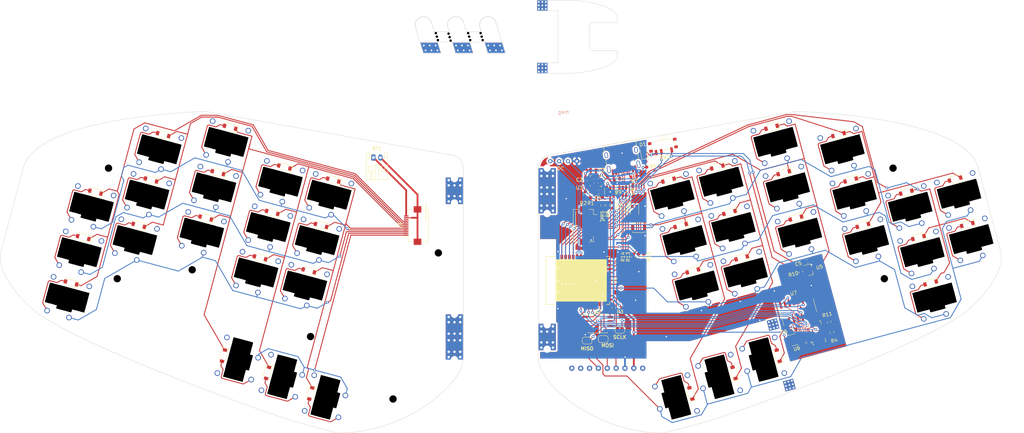
<source format=kicad_pcb>
(kicad_pcb (version 20210722) (generator pcbnew)
  (layers (0 "F.Cu" signal) (31 "B.Cu" signal) (34 "B.Paste" user) (35 "F.Paste" user) (36 "B.SilkS" user "B.Silkscreen") (37 "F.SilkS" user "F.Silkscreen") (38 "B.Mask" user) (39 "F.Mask" user) (44 "Edge.Cuts" user))
  (net 0 "")
  (net 1 "BAT")
  (net 2 "GND")
  (net 3 "BAT_MEAS")
  (net 4 "VBUS")
  (net 5 "VDDH")
  (net 6 "VDD")
  (net 7 "Net-(J2-PadB5)")
  (net 8 "Net-(J2-PadA5)")
  (net 9 "Net-(R1-Pad1)")
  (net 10 "Net-(R2-Pad1)")
  (net 11 "Net-(R3-Pad2)")
  (net 12 "/left/BAT")
  (net 13 "RST")
  (net 14 "SCLK")
  (net 15 "MOSI_DQ0")
  (net 16 "MISO_DQ1")
  (net 17 "/left/GND")
  (net 22 "Net-(D1-Pad1)")
  (net 30 "SWD")
  (net 31 "SWC")
  (net 32 "D-")
  (net 33 "D+")
  (net 35 "/left/R0")
  (net 36 "/left/R1")
  (net 37 "/left/R2")
  (net 38 "/left/R3")
  (net 39 "/left/C0")
  (net 40 "/left/C1")
  (net 41 "/left/C2")
  (net 42 "/left/C3")
  (net 43 "/left/C4")
  (net 45 "R0")
  (net 46 "R1")
  (net 47 "R2")
  (net 48 "R3")
  (net 49 "C0")
  (net 50 "C1")
  (net 51 "C2")
  (net 52 "C3")
  (net 53 "C4")
  (net 54 "+2V8")
  (net 55 "TRACKPAD_~{CS}")
  (net 56 "MAGNET")
  (net 57 "R4")
  (net 58 "R5")
  (net 59 "R6")
  (net 60 "R7")
  (net 61 "DISP_~{CS}")
  (net 62 "Net-(R6-Pad1)")
  (net 63 "FLASH_~{CS}")
  (net 64 "~{RED}")
  (net 66 "MOTION")
  (net 67 "SHTDWN")
  (net 72 "SHTDWN_2V8")
  (net 74 "~{CS}_2V8")
  (net 75 "SCK_2V8")
  (net 76 "MOSI_2V8")
  (net 77 "Net-(J5-Pad10)")
  (net 78 "Net-(J5-Pad14)")
  (net 79 "/trackpad-8520/KEY_OUT")
  (net 80 "Net-(SW2-Pad2)")
  (net 81 "/trackpad-8520/KEY_IN")
  (net 83 "~{GREEN}")
  (net 84 "~{BLUE}")
  (net 85 "Net-(D2-Pad1)")
  (net 86 "Net-(D2-Pad3)")
  (net 87 "Net-(D2-Pad4)")
  (net 88 "/trackpad-8520/MISO_2V8")
  (net 89 "/trackpad-8520/SCK_3V3")
  (net 90 "/trackpad-8520/MOSI_3V3")
  (footprint "pg1232:pg1232-DSSL" (layer "F.Cu") (at 253.45663 99.405063 15)
    (fp_text reference "K30" hide)
    (fp_text value "diode-choc")
  )
  (footprint "pg1232:pg1232-DSSR" (layer "F.Cu") (at 218.6833 108.722549 15)
    (fp_text reference "K32" hide)
    (fp_text value "diode-choc")
  )
  (footprint "fusion:mount-magnet" (layer "F.Cu") (at 262.121833 82.960512)
    (fp_text reference "H17")
    (fp_text value "mount-magnet" hide)
  )
  (footprint "fusion:mount-magnet" (layer "F.Cu") (at 259.621833 114.710511)
    (fp_text reference "H18")
    (fp_text value "mount-magnet" hide)
  )
  (footprint "pg1232:pg1232-DSSR" (layer "F.Cu") (at 101.486024 86.39222 -15)
    (fp_text reference "K5" hide)
    (fp_text value "diode-choc")
  )
  (footprint "Resistor_SMD:R_0603_1608Metric" (layer "F.Cu") (at 189.121834 108.44192 90)
    (fp_text reference "R13")
    (fp_text value "1.5k")
  )
  (footprint "Capacitor_SMD:C_0603_1608Metric" (layer "F.Cu") (at 233.491505 129.446039 -165)
    (fp_text reference "C6")
    (fp_text value "0.1uF")
  )
  (footprint "pg1232:pg1232-DSSN" (layer "F.Cu") (at 279.915564 86.103756 15)
    (fp_text reference "K35" hide)
    (fp_text value "diode-choc")
  )
  (footprint "keeb-libs:hirose-df30fb-20ds-0.4v(82)" (layer "F.Cu") (at 240.233545 130.227705 105)
    (fp_text reference "J5")
    (fp_text value "Conn_02x10_Odd_Even_MountingPin" hide)
  )
  (footprint "Resistor_SMD:R_0603_1608Metric" (layer "F.Cu") (at 244.59755 130.093651 105)
    (fp_text reference "R4")
    (fp_text value "220k")
  )
  (footprint "fusion:hinge-mousebite" (layer "F.Cu") (at 130.937555 44.180131)
    (fp_text reference "H21" hide)
    (fp_text value "hinge-mousebite")
  )
  (footprint "fusion:hinge" (layer "F.Cu") (at 136.637555 49.930131)
    (fp_text reference "H5" hide)
    (fp_text value "hinge" hide)
    (fp_line (start 5 0) (end 0 0) (layer "Edge.Cuts") (width 0.15))
    (fp_line (start -2.282563 -7.395505) (end -1.908944 -6.198978) (layer "Edge.Cuts") (width 0.12))
    (fp_line (start -0.986816 -3.197527) (end 0 0) (layer "Edge.Cuts") (width 0.12))
    (fp_line (start 5 0) (end 4.008817 -3.201278) (layer "Edge.Cuts") (width 0.12))
    (fp_line (start 3.088469 -6.198352) (end 2.282563 -8.804495) (layer "Edge.Cuts") (width 0.12))
    (fp_arc (start 0 -8.1) (end 2.282563 -8.804495) (angle -180) (layer "Edge.Cuts") (width 0.15))
  )
  (footprint "fusion:mount-magnet" (layer "F.Cu") (at 39.532833 114.710512)
    (fp_text reference "H9")
    (fp_text value "mount-magnet" hide)
  )
  (footprint "Resistor_SMD:R_0603_1608Metric" (layer "F.Cu") (at 191.271834 81.86051 100)
    (fp_text reference "R6")
    (fp_text value "1k")
  )
  (footprint "fusion:hinge-mousebite" (layer "F.Cu") (at 143.787555 44.180131)
    (fp_text reference "H23" hide)
    (fp_text value "hinge-mousebite")
  )
  (footprint "fusion:hinge" (layer "F.Cu") (at 145.887555 49.930131)
    (fp_text reference "H6" hide)
    (fp_text value "hinge" hide)
    (fp_line (start -2.282563 -7.395505) (end -1.908944 -6.198978) (layer "Edge.Cuts") (width 0.12))
    (fp_line (start 5 0) (end 4.008817 -3.201278) (layer "Edge.Cuts") (width 0.12))
    (fp_line (start -0.986816 -3.197527) (end 0 0) (layer "Edge.Cuts") (width 0.12))
    (fp_line (start 3.088469 -6.198352) (end 2.282563 -8.804495) (layer "Edge.Cuts") (width 0.12))
    (fp_line (start 5 0) (end 0 0) (layer "Edge.Cuts") (width 0.15))
    (fp_arc (start 0 -8.1) (end 2.282563 -8.804495) (angle -180) (layer "Edge.Cuts") (width 0.15))
  )
  (footprint "LED_SMD:LED_0805_2012Metric" (layer "F.Cu") (at 190.707475 78.659885 100)
    (fp_text reference "D1")
    (fp_text value "RED")
  )
  (footprint "pg1232:pg1232-DSSR" (layer "F.Cu") (at 52.706769 73.321858 -15)
    (fp_text reference "K2" hide)
    (fp_text value "diode-choc")
  )
  (footprint "fusion:hinge-mousebite" (layer "F.Cu") (at 134.587555 44.330131)
    (fp_text reference "H22" hide)
    (fp_text value "hinge-mousebite")
  )
  (footprint "pg1232:pg1232-DSSL" (layer "F.Cu") (at 201.183318 99.435426 15)
    (fp_text reference "K28" hide)
    (fp_text value "diode-choc")
  )
  (footprint "fusion:mount-magnet" (layer "F.Cu") (at 37.032833 82.960512)
    (fp_text reference "H8")
    (fp_text value "mount-magnet" hide)
  )
  (footprint "pg1232:pg1232-DSSR" (layer "F.Cu") (at 49.212715 86.361856 -15)
    (fp_text reference "K7" hide)
    (fp_text value "diode-choc")
  )
  (footprint "Button_Switch_SMD:SW_SPST_B3U-1000P" (layer "F.Cu") (at 189.121833 100.060511)
    (fp_text reference "SW1" hide)
    (fp_text value "SW_Push")
  )
  (footprint "Capacitor_SMD:C_0603_1608Metric" (layer "F.Cu") (at 237.51161 109.733888 15)
    (fp_text reference "C5")
    (fp_text value "0.1uF")
  )
  (footprint "pg1232:pg1232-DSS" (layer "F.Cu") (at 216.510167 141.760746 -75)
    (fp_text reference "K37" hide)
    (fp_text value "diode-choc")
  )
  (footprint "Resistor_SMD:R_0603_1608Metric" (layer "F.Cu") (at 235.707022 112.807563 -75)
    (fp_text reference "R10")
    (fp_text value "100k")
  )
  (footprint "pg1232:pg1232-DSS" (layer "F.Cu") (at 95.058068 147.666411 75)
    (fp_text reference "K18" hide)
    (fp_text value "diode-choc")
  )
  (footprint "pg1232:pg1232-DSSN" (layer "F.Cu") (at 26.27753 115.93342 -15)
    (fp_text reference "K11" hide)
    (fp_text value "diode-choc")
  )
  (footprint "Connector_FFC-FPC:Hirose_FH12-12S-0.5SH_1x12-1MP_P0.50mm_Horizontal" (layer "F.Cu") (at 124.282833 99.460512 90)
    (fp_text reference "J3")
    (fp_text value "Conn_01x12_MountingPin")
  )
  (footprint "pg1232:pg1232-DSSR" (layer "F.Cu") (at 45.718658 99.401852 -15)
    (fp_text reference "K12" hide)
    (fp_text value "diode-choc")
  )
  (footprint "pg1232:pg1232-DSSN" (layer "F.Cu") (at 283.409621 99.143754 15)
    (fp_text reference "K34" hide)
    (fp_text value "diode-choc")
  )
  (footprint "pg1232:pg1232-DSSN" (layer "F.Cu") (at 272.897754 115.936629 15)
    (fp_text reference "K29" hide)
    (fp_text value "diode-choc")
  )
  (footprint "pg1232:pg1232-DSSL" (layer "F.Cu") (at 249.962572 86.365064 15)
    (fp_text reference "K25" hide)
    (fp_text value "diode-choc")
  )
  (footprint "fusion:sensor-magnet" (layer "F.Cu") (at 61.032833 112.160509)
    (fp_text reference "H15")
    (fp_text value "sensor-magnet" hide)
  )
  (footprint "keeb-libs:debug-port-single-side" (layer "F.Cu") (at 167.571835 80.960513 180)
    (fp_text reference "J1" hide)
    (fp_text value "Conn_01x04_Female" hide)
  )
  (footprint "pg1232:pg1232-DSSL" (layer "F.Cu") (at 197.689261 86.395427 15)
    (fp_text reference "K23" hide)
    (fp_text value "diode-choc")
  )
  (footprint "pg1232:pg1232-DSS" (layer "F.Cu") (at 70.013349 136.814592 75)
    (fp_text reference "K16" hide)
    (fp_text value "diode-choc")
  )
  (footprint "Button_Switch_SMD:SW_SPDT_PCM12" (layer "F.Cu") (at 196.141445 76.689529 -170)
    (fp_text reference "SW2")
    (fp_text value "SW_SPDT")
  )
  (footprint "pg1232:pg1232-DSSR" (layer "F.Cu") (at 211.695186 82.642551 15)
    (fp_text reference "K22" hide)
    (fp_text value "diode-choc")
  )
  (footprint "Resistor_SMD:R_0603_1608Metric" (layer "F.Cu") (at 190.621833 108.460511 90)
    (fp_text reference "R12")
    (fp_text value "1.2k")
  )
  (footprint "Resistor_SMD:R_0603_1608Metric" (layer "F.Cu") (at 187.749478 85.395032 -170)
    (fp_text reference "R7")
    (fp_text value "5.1k")
  )
  (footprint "fusion:trackpad" (layer "F.Cu") (at 161.482835 54.210511)
    (fp_text reference "H1" hide)
    (fp_text value "trackpad" hide)
  )
  (footprint "Resistor_SMD:R_0603_1608Metric" (layer "F.Cu") (at 173.871834 90.56051 -90)
    (fp_text reference "R2")
    (fp_text value "10k")
  )
  (footprint "pg1232:pg1232-DSSL" (layer "F.Cu") (at 204.677375 112.475425 15)
    (fp_text reference "K33" hide)
    (fp_text value "diode-choc")
  )
  (footprint "pg1232:pg1232-DSS" (layer "F.Cu") (at 234.258225 97.30233 15)
    (fp_text reference "K31" hide)
    (fp_text value "diode-choc")
  )
  (footprint "Package_TO_SOT_SMD:SOT-23-6" (layer "F.Cu") (at 184.571831 89.66051 -90)
    (fp_text reference "U8")
    (fp_text value "SRV05-4")
  )
  (footprint "Package_DFN_QFN:VQFN-16-1EP_3x3mm_P0.5mm_EP1.68x1.68mm_ThermalVias" (layer "F.Cu") (at 176.871832 86.683624 90)
    (fp_text reference "U3")
    (fp_text value "BQ24075")
  )
  (footprint "fusion:hinge-mousebite" (layer "F.Cu") (at 140.200264 44.180131)
    (fp_text reference "H24" hide)
    (fp_text value "hinge-mousebite")
  )
  (footprint "Resistor_SMD:R_0603_1608Metric" (layer "F.Cu") (at 243.821092 127.195874 105)
    (fp_text reference "R11")
    (fp_text value "220k")
  )
  (footprint "pg1232:pg1232-DSS" (layer "F.Cu") (at 64.917056 97.299118 -15)
    (fp_text reference "K13" hide)
    (fp_text value "diode-choc")
  )
  (footprint "fusion:hinge-small" (layer "F.Cu") (at 138.782837 89.460512 180)
    (fp_text reference "H13" hide)
    (fp_text value "hinge-small")
  )
  (footprint "Package_TO_SOT_SMD:SOT-23-5" (layer "F.Cu") (at 233.589894 132.266684 15)
    (fp_text reference "U6")
    (fp_text value "MIC5365-2.8YC5")
  )
  (footprint "fusion:hinge-small" (layer "F.Cu") (at 160.371836 131.460512)
    (fp_text reference "H14" hide)
    (fp_text value "hinge-small")
  )
  (footprint "Jumper:SolderJumper-2_P1.3mm_Open_RoundedPad1.0x1.5mm" (layer "F.Cu") (at 178.971834 132.060511)
    (fp_text reference "JP3" hide)
    (fp_text value "SolderJumper_2_Open")
  )
  (footprint "LED_SMD:LED_ASMB-KTF0-0A306" (layer "F.Cu") (at 187.937449 94.858926 -90)
    (fp_text reference "D2")
    (fp_text value "LED_RABG")
  )
  (footprint "Jumper:SolderJumper-2_P1.3mm_Open_RoundedPad1.0x1.5mm" (layer "F.Cu") (at 174.332836 132.491921 180)
    (fp_text reference "JP2" hide)
    (fp_text value "SolderJumper_2_Open")
  )
  (footprint "Package_TO_SOT_SMD:SOT-23" (layer "F.Cu") (at 238.121835 112.160514 15)
    (fp_text reference "U5")
    (fp_text value "LN4913")
  )
  (footprint "keeb-libs:Adafruit-Sharp-Memory-Display-1.3in-no-mounting" (layer "F.Cu") (at 180.121835 123.410509)
    (fp_text reference "LCD1" hide)
    (fp_text value "SHARP_LCD")
  )
  (footprint "fusion:hinge1" (layer "F.Cu") (at 160.371836 131.460512)
    (fp_text reference "REF**" hide)
    (fp_text value "hinge1" hide)
  )
  (footprint "Package_TO_SOT_SMD:SOT-23-5" (layer "F.Cu") (at 180.971832 89.660514 -90)
    (fp_text reference "U4")
    (fp_text value "XC6220B331MR")
  )
  (footprint "pg1232:pg1232-DSS" (layer "F.Cu") (at 82.665119 141.757537 75)
    (fp_text reference "K17" hide)
    (fp_text value "diode-choc")
  )
  (footprint "Package_SO:SOP-8_5.28x5.23mm_P1.27mm" (layer "F.Cu") (at 177.367833 127.57692)
    (fp_text reference "U2")
    (fp_text value "MT25QL128ABA1ESE")
  )
  (footprint "pg1232:pg1232-DSSL" (layer "F.Cu") (at 83.986045 95.679342 -15)
    (fp_text reference "K9" hide)
    (fp_text value "diode-choc")
  )
  (footprint "pg1232:pg1232-DSSL" (layer "F.Cu") (at 87.480101 82.63934 -15)
    (fp_text reference "K4" hide)
    (fp_text value "diode-choc")
  )
  (footprint "fusion:hinge-big" (layer "F.Cu") (at 138.782839 131.460508 180)
    (fp_text reference "H12" hide)
    (fp_text value "hinge-big")
  )
  (footprint "pg1232:pg1232-DSSL" (layer "F.Cu") (at 246.468515 73.325066 15)
    (fp_text reference "K20" hide)
    (fp_text value "diode-choc")
  )
  (footprint "fusion:hinge-big" (layer "F.Cu") (at 160.371834 89.460515)
    (fp_text reference "H11" hide)
    (fp_text value "hinge-big")
  )
  (footprint "Capacitor_SMD:C_0603_1608Metric" (layer "F.Cu") (at 181.771832 93.660512 90)
    (fp_text reference "C1")
    (fp_text value "10nF")
  )
  (footprint "fusion:bat-cover" (layer "F.Cu") (at 96.626868 139.538141 -15)
    (fp_text reference "H20" hide)
    (fp_text value "bat-cover" hide)
  )
  (footprint "fusion:hinge2" (layer "F.Cu") (at 160.371834 89.460515)
    (fp_text reference "REF**" hide)
    (fp_text value "hinge2" hide)
  )
  (footprint "Resistor_SMD:R_0603_1608Metric" (layer "F.Cu") (at 187.621833 108.441921 90)
    (fp_text reference "R14")
    (fp_text value "1k")
  )
  (footprint "pg1232:pg1232-DSSL" (layer "F.Cu") (at 80.491985 108.719342 -15)
    (fp_text reference "K14" hide)
    (fp_text value "diode-choc")
  )
  (footprint "pg1232:pg1232-DSS" (layer "F.Cu") (at 229.161936 136.8178 -75)
    (fp_text reference "K36" hide)
    (fp_text value "diode-choc")
  )
  (footprint "fusion:hinge" (layer "F.Cu") (at 127.387555 49.930131)
    (fp_text reference "H7" hide)
    (fp_text value "hinge" hide)
    (fp_line (start 3.088469 -6.198352) (end 2.282563 -8.804495) (layer "Edge.Cuts") (width 0.12))
    (fp_line (start 5 0) (end 4.008817 -3.201278) (layer "Edge.Cuts") (width 0.12))
    (fp_line (start -2.282563 -7.395505) (end -1.908944 -6.198978) (layer "Edge.Cuts") (width 0.12))
    (fp_line (start 5 0) (end 0 0) (layer "Edge.Cuts") (width 0.15))
    (fp_line (start -0.986816 -3.197527) (end 0 0) (layer "Edge.Cuts") (width 0.12))
    (fp_arc (start 0 -8.1) (end 2.282563 -8.804495) (angle -180) (layer "Edge.Cuts") (width 0.15))
  )
  (footprint "pg1232:pg1232-DSS" (layer "F.Cu") (at 68.41111 84.259118 -15)
    (fp_text reference "K8" hide)
    (fp_text value "diode-choc")
  )
  (footprint "pg1232:pg1232-DSS" (layer "F.Cu") (at 71.905168 71.219118 -15)
    (fp_text reference "K3" hide)
    (fp_text value "diode-choc")
  )
  (footprint "pg1232:pg1232-DSS" (layer "F.Cu") (at 230.764177 84.262325 15)
    (fp_text reference "K26" hide)
    (fp_text value "diode-choc")
  )
  (footprint "pg1232:pg1232-DSSN" (layer "F.Cu") (at 29.771587 102.893421 -15)
    (fp_text reference "K6" hide)
    (fp_text value "diode-choc")
  )
  (footprint "Resistor_SMD:R_0603_1608Metric" (layer "F.Cu") (at 181.971833 123.091922 -90)
    (fp_text reference "R3")
    (fp_text value "100k")
  )
  (footprint "Capacitor_SMD:C_0603_1608Metric" (layer "F.Cu") (at 177.621834 89.806836)
    (fp_text reference "C4")
    (fp_text value "4.7uF")
  )
  (footprint "pg1232:pg1232-DSS" (layer "F.Cu") (at 204.117216 147.669618 -75)
    (fp_text reference "K38" hide)
    (fp_text value "diode-choc")
  )
  (footprint "pg1232:pg1232-DSSN" (layer "F.Cu") (at 265.90964 89.856632 15)
    (fp_text reference "K19" hide)
    (fp_text value "diode-choc")
  )
  (footprint "Resistor_SMD:R_0603_1608Metric" (layer "F.Cu") (at 175.37183 90.560511 -90)
    (fp_text reference "R1")
    (fp_text value "10k")
  )
  (footprint "pg1232:pg1232-DSSR" (layer "F.Cu") (at 215.189243 95.68255 15)
    (fp_text reference "K27" hide)
    (fp_text value "diode-choc")
  )
  (footprint "fusion:hinge2" (layer "F.Cu") (at 138.782839 131.460508 180)
    (fp_text reference "REF**" hide)
    (fp_text value "hinge2" hide)
  )
  (footprint "pg1232:pg1232-DSSR" (layer "F.Cu") (at 94.497911 112.472216 -15)
    (fp_text reference "K15" hide)
    (fp_text value "diode-choc")
  )
  (footprint "keeb-libs:Holyiot-18010-no-underside" (layer "F.Cu") (at 171.671835 115.210512 90)
    (fp_text reference "U1")
    (fp_text value "Holyiot_18010_no_underside")
  )
  (footprint "Resistor_SMD:R_0603_1608Metric" (layer "F.Cu") (at 182.906554 86.147427 10)
    (fp_text reference "R9")
    (fp_text value "5.1k")
  )
  (footprint "Package_SO:SOIC-16_3.9x9.9mm_P1.27mm" (layer "F.Cu") (at 234.831501 123.651787 105)
    (fp_text reference "U7")
    (fp_text value "4050")
  )
  (footprint "fusion:trackpad" (layer "F.Cu") (at 161.482835 36.210511)
    (fp_text reference "H2" hide)
    (fp_text value "trackpad" hide)
  )
  (footprint "pg1232:pg1232-DSSN" (layer "F.Cu") (at 33.265644 89.853425 -15)
    (fp_text reference "K1" hide)
    (fp_text value "diode-choc")
  )
  (footprint "fusion:hinge1" (layer "F.Cu") (at 138.782837 89.460512 180)
    (fp_text reference "REF**" hide)
    (fp_text value "hinge1" hide)
  )
  (footprint "Capacitor_SMD:C_0603_1608Metric" (layer "F.Cu") (at 176.121832 83.556837)
    (fp_text reference "C3")
    (fp_text value "4.7uF")
  )
  (footprint "Resistor_SMD:R_0603_1608Metric" (layer "F.Cu") (at 178.771835 93.66051 -90)
    (fp_text reference "R5")
    (fp_text value "5.1M")
  )
  (footprint "pg1232:pg1232-DSSR" (layer "F.Cu") (at 97.99197 99.43222 -15)
    (fp_text reference "K10" hide)
    (fp_text value "diode-choc")
  )
  (footprint "Connector_JST:JST_PH_S2B-PH-K_1x02_P2.00mm_Horizontal" (layer "F.Cu") (at 113.032836 79.91051)
    (fp_text reference "BT1")
    (fp_text value "Battery_Cell")
  )
  (footprint "Connector_FFC-FPC:Hirose_FH12-12S-0.5SH_1x12-1MP_P0.50mm_Horizontal" (layer "F.Cu") (at 174.871834 99.460511 -90)
    (fp_text reference "J4")
    (fp_text value "Conn_01x12_MountingPin")
  )
  (footprint "pg1232:pg1232-DSS" (layer "F.Cu") (at 227.270119 71.222328 15)
    (fp_text reference "K21" hide)
    (fp_text value "diode-choc")
  )
  (footprint "Connector_USB:USB_C_Receptacle_HRO_TYPE-C-31-M-12" (layer "F.Cu") (at 184.274591 79.509019 -170)
    (fp_text reference "J2")
    (fp_text value "USB_C_Receptacle_USB2.0")
  )
  (footprint "Resistor_SMD:R_0603_1608Metric" (layer "F.Cu") (at 180.271833 93.66051 90)
    (fp_text reference "R8")
    (fp_text value "5.1M")
  )
  (footprint "pg1232:pg1232-DSSN" (layer "F.Cu") (at 269.403697 102.89663 15)
    (fp_text reference "K24" hide)
    (fp_text value "diode-choc")
  )
  (footprint "Capacitor_SMD:C_0603_1608Metric" (layer "F.Cu") (at 173.871832 86.556839 -90)
    (fp_text reference "C2")
    (fp_text value "4.7uF")
  )
  (footprint "Jumper:SolderJumper-2_P1.3mm_Open_RoundedPad1.0x1.5mm" (layer "F.Cu") (at 183.732835 129.391921 180)
    (fp_text reference "JP1" hide)
    (fp_text value "SolderJumper_2_Open")
  )
  (footprint "fusion:trackpad" (layer "B.Cu") (at 227.701898 127.891529 15)
    (fp_text reference "H4" hide)
    (fp_text value "trackpad" hide)
  )
  (footprint "fusion:trackpad" (layer "B.Cu") (at 232.360641 145.278194 15)
    (fp_text reference "H3" hide)
    (fp_text value "trackpad" hide)
  )
  (gr_line (start 171.071833 95.42658) (end 171.071832 100.426579) (layer "F.SilkS") (width 0.15))
  (gr_line (start 128.082791 92.963114) (end 128.082791 97.963113) (layer "F.SilkS") (width 0.15))
  (gr_line (start 182.982835 41.210511) (end 182.982835 39.710511) (layer "Edge.Cuts") (width 0.1))
  (gr_line (start 286.543237 82.826725) (end 293.026655 107.023167) (layer "Edge.Cuts") (width 0.1))
  (gr_line (start 159.982835 52.710511) (end 159.982835 55.710511) (layer "Edge.Cuts") (width 0.1))
  (gr_curve (pts (xy 282.264764 124.814783) (xy 267.422819 135.106858) (xy 217.393437 153.170933) (xy 208.040366 155.935903)) (layer "Edge.Cuts") (width 0.1))
  (gr_line (start 208.040366 155.935903) (end 196.449253 159.041725) (layer "Edge.Cuts") (width 0.1))
  (gr_line (start 160.371833 82.960513) (end 160.371837 137.660511) (layer "Edge.Cuts") (width 0.1))
  (gr_curve (pts (xy 293.026655 107.023167) (xy 294.256044 111.61132) (xy 289.327784 119.298785) (xy 282.264764 124.814783)) (layer "Edge.Cuts") (width 0.1))
  (gr_line (start 165.982835 52.710511) (end 159.982835 52.710511) (layer "Edge.Cuts") (width 0.1))
  (gr_line (start 159.982835 37.710511) (end 165.982835 37.710511) (layer "Edge.Cuts") (width 0.1))
  (gr_line (start 138.782833 82.960511) (end 138.78283 137.660511) (layer "Edge.Cuts") (width 0.1))
  (gr_line (start 12.61143 82.826723) (end 6.12801 107.023168) (layer "Edge.Cuts") (width 0.1))
  (gr_curve (pts (xy 6.12801 107.023168) (xy 4.898623 111.611318) (xy 9.826883 119.298786) (xy 16.889903 124.814783)) (layer "Edge.Cuts") (width 0.1))
  (gr_line (start 134.728611 43.731153) (end 130.476024 43.731779) (layer "Edge.Cuts") (width 0.1))
  (gr_line (start 144.900739 46.732604) (end 140.646372 46.728853) (layer "Edge.Cuts") (width 0.1))
  (gr_curve (pts (xy 102.705413 159.041723) (xy 121.256759 159.353807) (xy 138.782831 145.410509) (xy 138.78283 137.660511)) (layer "Edge.Cuts") (width 0.1))
  (gr_line (start 126.400739 46.732604) (end 125.478611 43.731153) (layer "Edge.Cuts") (width 0.1))
  (gr_curve (pts (xy 286.543237 82.826725) (xy 283.256238 70.559466) (xy 250.571834 67.360513) (xy 235.149981 66.683577)) (layer "Edge.Cuts") (width 0.1))
  (gr_line (start 91.114301 155.935901) (end 102.705413 159.041723) (layer "Edge.Cuts") (width 0.1))
  (gr_curve (pts (xy 182.982835 50.710511) (xy 182.982835 53.710511) (xy 174.732835 55.710511) (xy 168.982835 55.710511)) (layer "Edge.Cuts") (width 0.1))
  (gr_arc (start 175.982835 42.210511) (end 175.982835 41.210511) (angle -90) (layer "Edge.Cuts") (width 0.1))
  (gr_arc (start 175.982835 48.210511) (end 174.982835 48.210511) (angle -90) (layer "Edge.Cuts") (width 0.1))
  (gr_line (start 233.67442 66.760511) (end 162.871835 79.360511) (layer "Edge.Cuts") (width 0.1))
  (gr_line (start 174.982835 42.210511) (end 174.982835 48.210511) (layer "Edge.Cuts") (width 0.1))
  (gr_line (start 143.978611 43.731153) (end 139.726024 43.731779) (layer "Edge.Cuts") (width 0.1))
  (gr_line (start 159.982835 37.710511) (end 159.982835 34.710511) (layer "Edge.Cuts") (width 0.1))
  (gr_line (start 159.982835 55.710511) (end 168.982835 55.710511) (layer "Edge.Cuts") (width 0.1))
  (gr_curve (pts (xy 138.782833 82.960511) (xy 138.782832 81.660511) (xy 137.982832 79.760511) (xy 136.282832 79.360511)) (layer "Edge.Cuts") (width 0.1))
  (gr_arc (start 64.370003 73.865703) (end 65.480245 66.76051) (angle -11.79292207) (layer "Edge.Cuts") (width 0.1))
  (gr_arc (start 234.784664 73.865703) (end 233.67442 66.760511) (angle 11.79292207) (layer "Edge.Cuts") (width 0.1))
  (gr_line (start 65.480245 66.76051) (end 136.282832 79.360511) (layer "Edge.Cuts") (width 0.1))
  (gr_curve (pts (xy 12.61143 82.826723) (xy 15.898429 70.559467) (xy 48.582833 67.360513) (xy 64.004686 66.683576)) (layer "Edge.Cuts") (width 0.1))
  (gr_line (start 182.982835 41.210511) (end 175.982835 41.210511) (layer "Edge.Cuts") (width 0.1))
  (gr_curve (pts (xy 182.982835 39.710511) (xy 182.982835 36.710511) (xy 174.732835 34.710511) (xy 168.982835 34.710511)) (layer "Edge.Cuts") (width 0.1))
  (gr_line (start 159.982835 34.710511) (end 168.982835 34.710511) (layer "Edge.Cuts") (width 0.1))
  (gr_curve (pts (xy 16.889903 124.814783) (xy 31.731848 135.106857) (xy 81.761229 153.170931) (xy 91.114301 155.935901)) (layer "Edge.Cuts") (width 0.1))
  (gr_line (start 182.982835 49.210511) (end 182.982835 50.710511) (layer "Edge.Cuts") (width 0.1))
  (gr_curve (pts (xy 160.371833 82.960513) (xy 160.371833 81.660511) (xy 161.171835 79.760513) (xy 162.871835 79.360511)) (layer "Edge.Cuts") (width 0.1))
  (gr_line (start 175.982835 49.210511) (end 182.982835 49.210511) (layer "Edge.Cuts") (width 0.1))
  (gr_line (start 131.396372 46.728853) (end 135.650739 46.732604) (layer "Edge.Cuts") (width 0.1))
  (gr_line (start 148.976024 43.731779) (end 149.896372 46.728853) (layer "Edge.Cuts") (width 0.1))
  (gr_line (start 165.982835 37.710511) (end 165.982835 52.710511) (layer "Edge.Cuts") (width 0.1))
  (gr_curve (pts (xy 196.449253 159.041725) (xy 177.897907 159.353807) (xy 160.371836 145.410508) (xy 160.371837 137.660511)) (layer "Edge.Cuts") (width 0.1))
  (gr_text "mag" (at 167.628115 66.840891) (layer "B.SilkS") (effects (font (size 1 1)) (justify mirror)))
  (gr_text "MOSI\n" (at 180.232835 133.891922) (layer "F.SilkS") (effects (font (size 1 1) (thickness 0.2))))
  (gr_text "MISO" (at 174.332834 134.79192) (layer "F.SilkS") (effects (font (size 1 1) (thickness 0.2))))
  (gr_text "SCLK" (at 183.732835 131.491919) (layer "F.SilkS") (effects (font (size 1 1) (thickness 0.2))))
  (gr_text "DC" (at 166.771833 83.060511) (layer "F.SilkS") (effects (font (size 1 1))))
  (segment (start 176.834695 88.112599) (end 176.834696 88.826484) (width 0.508) (layer "F.Cu") (net 1))
  (segment (start 178.771833 92.835513) (end 176.896834 92.835511) (width 0.25) (layer "F.Cu") (net 1))
  (segment (start 176.871831 92.060513) (end 176.871832 88.585513) (width 0.508) (layer "F.Cu") (net 1))
  (segment (start 176.868224 88.146132) (end 177.121835 88.146126) (width 0.25) (layer "F.Cu") (net 1))
  (segment (start 176.846831 88.83862) (end 176.834696 88.826484) (width 0.508) (layer "F.Cu") (net 1))
  (segment (start 176.801168 88.14613) (end 176.834695 88.112599) (width 0.25) (layer "F.Cu") (net 1))
  (segment (start 176.871834 96.560511) (end 176.825345 96.606999) (width 0.508) (layer "F.Cu") (net 1))
  (segment (start 176.871835 92.860509) (end 176.871834 96.560511) (width 0.508) (layer "F.Cu") (net 1))
  (segment (start 176.896834 92.835511) (end 176.871835 92.860509) (width 0.25) (layer "F.Cu") (net 1))
  (segment (start 176.621828 88.146127) (end 176.801168 88.14613) (width 0.25) (layer "F.Cu") (net 1))
  (segment (start 176.871835 90.16051) (end 176.871835 92.860509) (width 0.508) (layer "F.Cu") (net 1))
  (segment (start 176.846831 89.806836) (end 176.846831 88.83862) (width 0.508) (layer "F.Cu") (net 1))
  (segment (start 176.825345 96.606999) (end 176.721834 96.607) (width 0.508) (layer "F.Cu") (net 1))
  (segment (start 176.834695 88.112599) (end 176.868224 88.146132) (width 0.25) (layer "F.Cu") (net 1))
  (segment (start 176.871832 88.585513) (end 176.846833 88.560511) (width 0.508) (layer "F.Cu") (net 1))
  (segment (start 237.844761 131.903055) (end 237.566163 132.385602) (width 0.1524) (layer "F.Cu") (net 2))
  (segment (start 175.409331 86.933626) (end 175.941833 86.933625) (width 0.25) (layer "F.Cu") (net 2))
  (segment (start 176.721832 97.210511) (end 177.921831 97.210513) (width 0.254) (layer "F.Cu") (net 2))
  (segment (start 175.409333 86.933624) (end 174.270047 86.933625) (width 0.254) (layer "F.Cu") (net 2))
  (segment (start 188.26156 83.093138) (end 188.236561 83.118141) (width 0.508) (layer "F.Cu") (net 2))
  (segment (start 165.97183 121.960512) (end 165.971835 118.510508) (width 0.508) (layer "F.Cu") (net 2))
  (segment (start 178.871832 87.606836) (end 177.795045 87.606837) (width 0.508) (layer "F.Cu") (net 2))
  (segment (start 233.590154 132.267654) (end 232.914374 129.745621) (width 0.508) (layer "F.Cu") (net 2))
  (segment (start 189.171834 83.860513) (end 189.209923 83.8986) (width 0.508) (layer "F.Cu") (net 2))
  (segment (start 177.62183 88.146128) (end 177.621836 87.433625) (width 0.25) (layer "F.Cu") (net 2))
  (segment (start 180.971832 89.760511) (end 180.971833 92.860511) (width 0.508) (layer "F.Cu") (net 2))
  (segment (start 182.094089 86.382767) (end 182.971832 87.260511) (width 0.508) (layer "F.Cu") (net 2))
  (segment (start 165.971829 115.210508) (end 165.971832 111.810512) (width 0.508) (layer "F.Cu") (net 2))
  (segment (start 233.590154 132.267654) (end 234.148944 134.353085) (width 0.508) (layer "F.Cu") (net 2))
  (segment (start 232.914374 129.745621) (end 232.742912 129.646627) (width 0.254) (layer "F.Cu") (net 2))
  (segment (start 177.870893 85.93363) (end 177.710895 86.093633) (width 0.25) (layer "F.Cu") (net 2))
  (segment (start 182.094087 86.29069) (end 182.094089 86.382767) (width 0.508) (layer "F.Cu") (net 2))
  (segment (start 189.171834 83.860513) (end 188.561944 84.4704) (width 0.508) (layer "F.Cu") (net 2))
  (segment (start 165.971835 118.510508) (end 165.971829 115.210508) (width 0.508) (layer "F.Cu") (net 2))
  (segment (start 188.561944 86.3704) (end 187.971834 86.960513) (width 0.508) (layer "F.Cu") (net 2))
  (segment (start 181.776372 84.056923) (end 181.692407 84.176836) (width 0.508) (layer "F.Cu") (net 2))
  (segment (start 238.690291 132.504716) (end 237.69539 132.771299) (width 0.1524) (layer "F.Cu") (net 2))
  (segment (start 175.941833 86.933625) (end 176.281833 87.273628) (width 0.25) (layer "F.Cu") (net 2))
  (segment (start 188.18169 82.931058) (end 188.177621 82.92821) (width 0.508) (layer "F.Cu") (net 2))
  (segment (start 188.585069 85.218743) (end 188.18169 82.931058) (width 0.508) (layer "F.Cu") (net 2))
  (segment (start 177.795045 87.606837) (end 177.461833 87.273625) (width 0.508) (layer "F.Cu") (net 2))
  (segment (start 241.61633 127.351822) (end 241.518349 127.295256) (width 0.1524) (layer "F.Cu") (net 2))
  (segment (start 189.209923 83.8986) (end 189.209923 83.960513) (width 0.508) (layer "F.Cu") (net 2))
  (segment (start 188.561944 84.4704) (end 188.561944 85.251773) (width 0.508) (layer "F.Cu") (net 2))
  (segment (start 182.06106 86.267562) (end 182.094087 86.29069) (width 0.508) (layer "F.Cu") (net 2))
  (segment (start 187.971834 86.960513) (end 187.371832 87.560512) (width 0.508) (layer "F.Cu") (net 2))
  (segment (start 184.571833 88.560511) (end 184.571833 89.560512) (width 0.508) (layer "F.Cu") (net 2))
  (segment (start 188.561944 85.251773) (end 188.561944 86.3704) (width 0.508) (layer "F.Cu") (net 2))
  (segment (start 233.590862 132.266426) (end 233.590154 132.267654) (width 0.254) (layer "F.Cu") (net 2))
  (segment (start 177.461833 87.273625) (end 177.732832 87.544623) (width 0.1524) (layer "F.Cu") (net 2))
  (segment (start 178.334333 85.933625) (end 177.870893 85.93363) (width 0.25) (layer "F.Cu") (net 2))
  (segment (start 176.721832 97.210511) (end 175.521834 97.210513) (width 0.254) (layer "F.Cu") (net 2))
  (segment (start 238.48324 131.731976) (end 237.844761 131.903055) (width 0.1524) (layer "F.Cu") (net 2))
  (segment (start 232.527378 132.551389) (end 233.590862 132.266426) (width 0.508) (layer "F.Cu") (net 2))
  (segment (start 241.776795 127.950696) (end 241.61633 127.351822) (width 0.1524) (layer "F.Cu") (net 2))
  (segment (start 177.732832 87.544623) (end 177.732833 88.506838) (width 0.1524) (layer "F.Cu") (net 2))
  (segment (start 180.971834 88.560512) (end 180.971832 89.760511) (width 0.508) (layer "F.Cu") (net 2))
  (segment (start 174.270047 86.933625) (end 173.871833 87.331838) (width 0.254) (layer "F.Cu") (net 2))
  (segment (start 181.692407 84.176836) (end 182.06106 86.267562) (width 0.508) (layer "F.Cu") (net 2))
  (segment (start 188.561944 85.251773) (end 188.585069 85.218743) (width 0.508) (layer "F.Cu") (net 2))
  (segment (start 165.971832 111.810512) (end 165.971832 108.460513) (width 0.508) (layer "F.Cu") (net 2))
  (segment (start 177.710895 86.093633) (end 177.461829 86.09363) (width 0.25) (layer "F.Cu") (net 2))
  (segment (start 187.371832 87.560512) (end 187.371834 88.160511) (width 0.508) (layer "F.Cu") (net 2))
  (via (at 175.471836 103.626582) (size 0.8) (drill 0.4) (layers "F.Cu" "B.Cu") (net 2))
  (via (at 165.971832 111.810512) (size 0.8) (drill 0.4) (layers "F.Cu" "B.Cu") (net 2))
  (via (at 165.971833 123.31051) (size 0.8) (drill 0.4) (layers "F.Cu" "B.Cu") (net 2))
  (via (at 183.871834 124.360513) (size 0.8) (drill 0.4) (layers "F.Cu" "B.Cu") (net 2))
  (via (at 187.971834 86.960513) (size 0.8) (drill 0.4) (layers "F.Cu" "B.Cu") (net 2))
  (via (at 165.971834 106.910513) (size 0.8) (drill 0.4) (layers "F.Cu" "B.Cu") (net 2))
  (via (at 189.171834 83.860513) (size 0.8) (drill 0.4) (layers "F.Cu" "B.Cu") (net 2))
  (via (at 228.062835 118.222511) (size 0.8) (drill 0.4) (layers "F.Cu" "B.Cu") (net 2))
  (via (at 179.171832 107.06051) (size 0.8) (drill 0.4) (layers "F.Cu" "B.Cu") (net 2))
  (via (at 165.971835 118.510508) (size 0.8) (drill 0.4) (layers "F.Cu" "B.Cu") (net 2))
  (via (at 207.171832 123.860511) (size 0.8) (drill 0.4) (layers "F.Cu" "B.Cu") (net 2))
  (via (at 168.371833 91.710511) (size 0.8) (drill 0.4) (layers "F.Cu" "B.Cu") (net 2))
  (via (at 238.764235 110.694285) (size 0.8) (drill 0.4) (layers "F.Cu" "B.Cu") (net 2))
  (via (at 238.671348 116.670068) (size 0.8) (drill 0.4) (layers "F.Cu" "B.Cu") (net 2))
  (via (at 173.832835 130.791921) (size 0.8) (drill 0.4) (layers "F.Cu" "B.Cu") (net 2))
  (via (at 188.271835 120.89192) (size 0.8) (drill 0.4) (layers "F.Cu" "B.Cu") (net 2))
  (via (at 190.93745 93.858928) (size 0.8) (drill 0.4) (layers "F.Cu" "B.Cu") (net 2))
  (via (at 165.971829 115.210508) (size 0.8) (drill 0.4) (layers "F.Cu" "B.Cu") (net 2))
  (via (at 189.171834 112.679103) (size 0.8) (drill 0.4) (layers "F.Cu" "B.Cu") (net 2))
  (via (at 182.971832 87.260511) (size 0.8) (drill 0.4) (layers "F.Cu" "B.Cu") (net 2))
  (via (at 223.871834 126.660511) (size 0.8) (drill 0.4) (layers "F.Cu" "B.Cu") (net 2))
  (via (at 218.278879 121.250085) (size 0.8) (drill 0.4) (layers "F.Cu" "B.Cu") (net 2))
  (via (at 185.241834 137.237513) (size 0.8) (drill 0.4) (layers "F.Cu" "B.Cu") (net 2))
  (via (at 183.171834 107.110514) (size 0.8) (drill 0.4) (layers "F.Cu" "B.Cu") (net 2))
  (via (at 178.571834 97.36051) (size 0.8) (drill 0.4) (layers "F.Cu" "B.Cu") (net 2))
  (via (at 180.971832 89.760511) (size 0.8) (drill 0.4) (layers "F.Cu" "B.Cu") (net 2))
  (via (at 197.071835 131.360509) (size 0.8) (drill 0.4) (layers "F.Cu" "B.Cu") (net 2))
  (via (at 184.371834 78.660512) (size 0.8) (drill 0.4) (layers "F.Cu" "B.Cu") (net 2))
  (via (at 190.937449 102.358926) (size 0.8) (drill 0.4) (layers "F.Cu" "B.Cu") (net 2))
  (via (at 184.571833 89.560512) (size 0.8) (drill 0.4) (layers "F.Cu" "B.Cu") (net 2))
  (segment (start 185.201831 137.277514) (end 185.201831 140.428513) (width 0.508) (layer "B.Cu") (net 2))
  (segment (start 187.971834 86.960513) (end 186.671834 86.96051) (width 0.508) (layer "B.Cu") (net 2))
  (segment (start 185.241834 137.237513) (end 185.201831 137.277514) (width 0.508) (layer "B.Cu") (net 2))
  (segment (start 181.071832 95.56051) (end 181.071833 94.510511) (width 0.25) (layer "F.Cu") (net 3))
  (segment (start 181.071832 95.56051) (end 181.074278 95.558068) (width 0.25) (layer "F.Cu") (net 3))
  (segment (start 176.971835 121.96051) (end 176.971835 115.210511) (width 0.25) (layer "F.Cu") (net 3))
  (segment (start 181.721833 94.485512) (end 181.771833 94.43551) (width 0.25) (layer "F.Cu") (net 3))
  (segment (start 181.071833 94.510511) (end 181.096834 94.485512) (width 0.25) (layer "F.Cu") (net 3))
  (segment (start 178.771832 94.485511) (end 181.096834 94.485512) (width 0.25) (layer "F.Cu") (net 3))
  (segment (start 181.096834 94.485512) (end 181.721833 94.485512) (width 0.25) (layer "F.Cu") (net 3))
  (via (at 176.971835 115.210511) (size 0.8) (drill 0.4) (layers "F.Cu" "B.Cu") (net 3))
  (via (at 181.071832 95.56051) (size 0.8) (drill 0.4) (layers "F.Cu" "B.Cu") (net 3))
  (segment (start 181.071832 95.56051) (end 181.074279 95.562958) (width 0.25) (layer "B.Cu") (net 3))
  (segment (start 181.074279 95.562958) (end 181.074279 111.108069) (width 0.25) (layer "B.Cu") (net 3))
  (segment (start 181.074279 111.108069) (end 176.971835 115.210511) (width 0.25) (layer "B.Cu") (net 3))
  (segment (start 186.464257 90.452936) (end 186.464257 92.168087) (width 0.254) (layer "F.Cu") (net 4))
  (segment (start 182.750271 85.2611) (end 182.79083 85.203179) (width 0.508) (layer "F.Cu") (net 4))
  (segment (start 181.521833 111.910509) (end 185.415604 108.016741) (width 0.25) (layer "F.Cu") (net 4))
  (segment (start 182.79083 85.203179) (end 182.564219 83.918004) (width 0.508) (layer "F.Cu") (net 4))
  (segment (start 184.653758 92.263433) (end 184.571833 92.181509) (width 0.254) (layer "F.Cu") (net 4))
  (segment (start 186.464257 92.168087) (end 185.415606 93.216739) (width 0.254) (layer "F.Cu") (net 4))
  (segment (start 180.671836 111.910516) (end 181.521833 111.910509) (width 0.25) (layer "F.Cu") (net 4))
  (segment (start 186.464256 86.76809) (end 187.871834 86.060512) (width 0.254) (layer "F.Cu") (net 4))
  (segment (start 187.616387 84.352301) (end 187.389776 83.067128) (width 0.508) (layer "F.Cu") (net 4))
  (segment (start 173.871832 84.556836) (end 173.871831 85.781837) (width 0.508) (layer "F.Cu") (net 4))
  (segment (start 184.571833 92.181509) (end 184.571832 90.760514) (width 0.254) (layer "F.Cu") (net 4))
  (segment (start 185.415606 93.216739) (end 185.415604 108.016741) (width 0.254) (layer "F.Cu") (net 4))
  (segment (start 187.871834 86.060512) (end 187.575828 84.410225) (width 0.254) (layer "F.Cu") (net 4))
  (segment (start 187.575828 84.410225) (end 187.616387 84.352301) (width 0.508) (layer "F.Cu") (net 4))
  (segment (start 173.871832 85.781838) (end 175.550507 85.781838) (width 0.508) (layer "F.Cu") (net 4))
  (segment (start 186.464257 90.452936) (end 186.464256 86.76809) (width 0.254) (layer "F.Cu") (net 4))
  (via (at 186.464257 90.452936) (size 0.8) (drill 0.4) (layers "F.Cu" "B.Cu") (net 4))
  (via (at 173.871832 84.556836) (size 0.8) (drill 0.4) (layers "F.Cu" "B.Cu") (net 4))
  (via (at 182.750271 85.2611) (size 0.8) (drill 0.4) (layers "F.Cu" "B.Cu") (net 4))
  (via (at 184.653758 92.263433) (size 0.8) (drill 0.4) (layers "F.Cu" "B.Cu") (net 4))
  (via (at 187.575828 84.410225) (size 0.8) (drill 0.4) (layers "F.Cu" "B.Cu") (net 4))
  (segment (start 178.85675 83.660512) (end 180.457339 85.261104) (width 0.508) (layer "B.Cu") (net 4))
  (segment (start 186.464257 90.452936) (end 184.653758 92.263433) (width 0.254) (layer "B.Cu") (net 4))
  (segment (start 174.768157 83.660512) (end 178.85675 83.660512) (width 0.508) (layer "B.Cu") (net 4))
  (segment (start 173.871832 84.556836) (end 174.768157 83.660512) (width 0.508) (layer "B.Cu") (net 4))
  (segment (start 187.575828 84.410225) (end 182.750271 85.2611) (width 0.508) (layer "B.Cu") (net 4))
  (segment (start 180.457339 85.261104) (end 182.750271 85.2611) (width 0.508) (layer "B.Cu") (net 4))
  (segment (start 192.771833 79.160513) (end 193.501945 79.160513) (width 0.254) (layer "F.Cu") (net 5))
  (segment (start 193.501945 79.160513) (end 194.173945 78.488513) (width 0.254) (layer "F.Cu") (net 5))
  (segment (start 235.602757 111.979451) (end 235.691152 111.826359) (width 0.25) (layer "F.Cu") (net 5))
  (segment (start 176.876831 85.093626) (end 176.87683 83.773631) (width 0.508) (layer "F.Cu") (net 5))
  (segment (start 176.621831 85.221126) (end 176.749333 85.221125) (width 0.25) (layer "F.Cu") (net 5))
  (segment (start 178.79872 86.933625) (end 180.179629 85.552715) (width 0.254) (layer "F.Cu") (net 5))
  (segment (start 192.171832 79.16051) (end 192.771833 79.160513) (width 0.254) (layer "F.Cu") (net 5))
  (segment (start 176.749333 85.221125) (end 177.121832 85.221134) (width 0.25) (layer "F.Cu") (net 5))
  (segment (start 228.014879 106.843326) (end 234.444798 110.55564) (width 0.25) (layer "F.Cu") (net 5))
  (segment (start 181.921834 87.71051) (end 181.921832 88.560513) (width 0.508) (layer "F.Cu") (net 5))
  (segment (start 180.000848 81.51075) (end 178.56816 83.556838) (width 0.254) (layer "F.Cu") (net 5))
  (segment (start 221.932634 84.144068) (end 228.014879 106.843326) (width 0.25) (layer "F.Cu") (net 5))
  (segment (start 235.581887 111.857583) (end 236.910032 111.501705) (width 0.25) (layer "F.Cu") (net 5))
  (segment (start 234.444798 110.55564) (end 236.653754 109.965697) (width 0.25) (layer "F.Cu") (net 5))
  (segment (start 178.334332 86.933623) (end 178.79872 86.933625) (width 0.254) (layer "F.Cu") (net 5))
  (segment (start 178.56816 83.556838) (end 181.921834 87.71051) (width 0.508) (layer "F.Cu") (net 5))
  (segment (start 190.747951 77.736629) (end 192.171832 79.16051) (width 0.254) (layer "F.Cu") (net 5))
  (segment (start 237.016096 111.31799) (end 236.653753 109.965697) (width 0.25) (layer "F.Cu") (net 5))
  (segment (start 176.896831 83.556839) (end 178.56816 83.556838) (width 0.508) (layer "F.Cu") (net 5))
  (segment (start 237.019292 111.470482) (end 237.125359 111.286769) (width 0.25) (layer "F.Cu") (net 5))
  (segment (start 190.544681 77.736627) (end 189.014945 79.92132) (width 0.254) (layer "F.Cu") (net 5))
  (segment (start 190.544681 77.736627) (end 190.747951 77.736629) (width 0.254) (layer "F.Cu") (net 5))
  (segment (start 189.014945 79.92132) (end 180.000848 81.51075) (width 0.254) (layer "F.Cu") (net 5))
  (via (at 221.932634 84.144068) (size 0.8) (drill 0.4) (layers "F.Cu" "B.Cu") (net 5))
  (via (at 192.771833 79.160513) (size 0.8) (drill 0.4) (layers "F.Cu" "B.Cu") (net 5))
  (segment (start 221.932634 84.144068) (end 220.962059 80.521848) (width 0.25) (layer "B.Cu") (net 5))
  (segment (start 193.167086 78.765259) (end 219.205473 78.765258) (width 0.254) (layer "B.Cu") (net 5))
  (segment (start 192.771833 79.160513) (end 193.167086 78.765259) (width 0.254) (layer "B.Cu") (net 5))
  (segment (start 219.205473 78.765258) (end 220.962059 80.521848) (width 0.254) (layer "B.Cu") (net 5))
  (segment (start 181.939833 122.29892) (end 180.923836 123.314919) (width 0.254) (layer "F.Cu") (net 6))
  (segment (start 231.162368 131.933625) (end 232.281497 131.633757) (width 0.254) (layer "F.Cu") (net 6))
  (segment (start 180.923835 125.627921) (end 180.967835 125.671919) (width 0.254) (layer "F.Cu") (net 6))
  (segment (start 187.75324 134.590517) (end 187.741832 134.579102) (width 0.25) (layer "F.Cu") (net 6))
  (segment (start 180.923836 123.314919) (end 180.923835 125.627921) (width 0.254) (layer "F.Cu") (net 6))
  (segment (start 181.22604 120.71051) (end 180.671836 120.710511) (width 0.508) (layer "F.Cu") (net 6))
  (segment (start 232.025806 133.669293) (end 231.554532 133.397203) (width 0.254) (layer "F.Cu") (net 6))
  (segment (start 186.142106 95.15427) (end 186.142106 102.860511) (width 0.254) (layer "F.Cu") (net 6))
  (segment (start 187.741832 126.524569) (end 183.590837 122.373572) (width 0.508) (layer "F.Cu") (net 6))
  (segment (start 181.927777 120.710511) (end 181.22604 120.71051) (width 0.508) (layer "F.Cu") (net 6))
  (segment (start 187.741833 140.428507) (end 187.741834 140.428512) (width 0.508) (layer "F.Cu") (net 6))
  (segment (start 187.741833 130.090511) (end 187.741833 140.428507) (width 0.508) (layer "F.Cu") (net 6))
  (segment (start 187.741833 130.090511) (end 187.741832 126.524569) (width 0.508) (layer "F.Cu") (net 6))
  (segment (start 232.653044 133.677224) (end 232.773255 133.469017) (width 0.254) (layer "F.Cu") (net 6))
  (segment (start 181.927777 120.710511) (end 181.939835 120.722571) (width 0.254) (layer "F.Cu") (net 6))
  (segment (start 231.554532 133.397203) (end 231.162368 131.933625) (width 0.254) (layer "F.Cu") (net 6))
  (segment (start 181.971834 91.760511) (end 181.971834 90.810511) (width 0.508) (layer "F.Cu") (net 6))
  (segment (start 187.337449 93.958928) (end 186.142106 95.15427) (width 0.254) (layer "F.Cu") (net 6))
  (segment (start 232.773253 133.469016) (end 232.025806 133.669293) (width 0.254) (layer "F.Cu") (net 6))
  (segment (start 181.971834 90.810511) (end 181.921833 90.76051) (width 0.508) (layer "F.Cu") (net 6))
  (segment (start 181.939835 120.722571) (end 181.939833 122.29892) (width 0.254) (layer "F.Cu") (net 6))
  (segment (start 231.162368 131.933625) (end 230.881604 130.885797) (width 0.254) (layer "F.Cu") (net 6))
  (via (at 183.590837 122.373572) (size 0.8) (drill 0.4) (layers "F.Cu" "B.Cu") (net 6))
  (via (at 187.741833 130.090511) (size 0.8) (drill 0.4) (layers "F.Cu" "B.Cu") (net 6))
  (via (at 186.142106 102.860511) (size 0.8) (drill 0.4) (layers "F.Cu" "B.Cu") (net 6))
  (via (at 181.927777 120.710511) (size 0.8) (drill 0.4) (layers "F.Cu" "B.Cu") (net 6))
  (via (at 230.881604 130.885797) (size 0.8) (drill 0.4) (layers "F.Cu" "B.Cu") (net 6))
  (via (at 181.971834 91.760511) (size 0.8) (drill 0.4) (layers "F.Cu" "B.Cu") (net 6))
  (segment (start 181.971834 91.760511) (end 176.07183 91.760511) (width 0.25) (layer "B.Cu") (net 6))
  (segment (start 230.881604 130.871292) (end 230.100699 130.090387) (width 0.254) (layer "B.Cu") (net 6))
  (segment (start 181.927776 103.50457) (end 181.927777 120.710511) (width 0.508) (layer "B.Cu") (net 6))
  (segment (start 187.811954 130.09039) (end 230.100699 130.090387) (width 0.25) (layer "B.Cu") (net 6))
  (segment (start 172.871832 88.560512) (end 172.871833 84.99051) (width 0.25) (layer "B.Cu") (net 6))
  (segment (start 172.871833 84.99051) (end 168.841832 80.960511) (width 0.25) (layer "B.Cu") (net 6))
  (segment (start 185.498049 103.504567) (end 181.927776 103.50457) (width 0.254) (layer "B.Cu") (net 6))
  (segment (start 181.962393 91.760511) (end 181.927777 91.79513) (width 0.508) (layer "B.Cu") (net 6))
  (segment (start 181.927777 91.79513) (end 181.927776 103.50457) (width 0.508) (layer "B.Cu") (net 6))
  (segment (start 181.927777 120.710511) (end 183.590837 122.373572) (width 0.508) (layer "B.Cu") (net 6))
  (segment (start 181.971834 91.760511) (end 181.962393 91.760511) (width 0.508) (layer "B.Cu") (net 6))
  (segment (start 230.881604 130.885797) (end 230.881604 130.871292) (width 0.254) (layer "B.Cu") (net 6))
  (segment (start 186.142106 102.860511) (end 185.498049 103.504567) (width 0.254) (layer "B.Cu") (net 6))
  (segment (start 176.07183 91.760511) (end 172.871832 88.560512) (width 0.25) (layer "B.Cu") (net 6))
  (segment (start 183.632137 85.94333) (end 183.719019 86.004167) (width 0.254) (layer "F.Cu") (net 7))
  (segment (start 183.253584 83.796451) (end 183.632137 85.94333) (width 0.254) (layer "F.Cu") (net 7))
  (segment (start 186.208007 83.275505) (end 186.560513 85.274666) (width 0.254) (layer "F.Cu") (net 8))
  (segment (start 186.560513 85.274666) (end 186.93701 85.538294) (width 0.254) (layer "F.Cu") (net 8))
  (segment (start 176.121832 88.981839) (end 175.371833 89.731838) (width 0.254) (layer "F.Cu") (net 9))
  (segment (start 176.121832 88.146123) (end 176.121832 88.981839) (width 0.254) (layer "F.Cu") (net 9))
  (segment (start 174.995046 87.433624) (end 175.409335 87.433623) (width 0.25) (layer "F.Cu") (net 10))
  (segment (start 173.871832 88.556838) (end 174.995046 87.433624) (width 0.25) (layer "F.Cu") (net 10))
  (segment (start 173.871832 89.731837) (end 173.871832 88.556838) (width 0.25) (layer "F.Cu") (net 10))
  (segment (start 181.971835 123.91692) (end 182.271836 124.21692) (width 0.254) (layer "F.Cu") (net 11))
  (segment (start 177.271834 126.859013) (end 175.918926 128.21192) (width 0.254) (layer "F.Cu") (net 11))
  (segment (start 175.918926 128.21192) (end 173.767833 128.211922) (width 0.254) (layer "F.Cu") (net 11))
  (segment (start 180.967834 126.941923) (end 182.047333 126.941921) (width 0.254) (layer "F.Cu") (net 11))
  (segment (start 182.271836 126.71742) (end 182.047333 126.941921) (width 0.254) (layer "F.Cu") (net 11))
  (segment (start 182.271836 124.21692) (end 182.271836 126.71742) (width 0.254) (layer "F.Cu") (net 11))
  (via (at 177.271834 126.859013) (size 0.8) (drill 0.4) (layers "F.Cu" "B.Cu") (net 11))
  (via (at 182.047333 126.941921) (size 0.8) (drill 0.4) (layers "F.Cu" "B.Cu") (net 11))
  (segment (start 181.928744 127.060513) (end 182.047333 126.941921) (width 0.254) (layer "B.Cu") (net 11))
  (segment (start 177.271834 126.859013) (end 177.473331 127.06051) (width 0.254) (layer "B.Cu") (net 11))
  (segment (start 177.473331 127.06051) (end 181.928744 127.060513) (width 0.254) (layer "B.Cu") (net 11))
  (segment (start 113.032836 79.91051) (end 122.432833 89.310507) (width 0.508) (layer "F.Cu") (net 12))
  (segment (start 122.432833 89.310507) (end 122.432833 96.607001) (width 0.508) (layer "F.Cu") (net 12))
  (segment (start 181.650138 113.010507) (end 180.67183 113.010508) (width 0.25) (layer "F.Cu") (net 13))
  (segment (start 186.121836 108.538809) (end 181.650138 113.010507) (width 0.25) (layer "F.Cu") (net 13))
  (segment (start 187.421836 103.010509) (end 186.121836 104.310508) (width 0.25) (layer "F.Cu") (net 13))
  (segment (start 186.121836 104.310508) (end 186.121836 108.538809) (width 0.25) (layer "F.Cu") (net 13))
  (segment (start 187.421833 100.060513) (end 187.421836 103.010509) (width 0.25) (layer "F.Cu") (net 13))
  (segment (start 182.771835 120.529957) (end 181.852387 119.610512) (width 0.25) (layer "F.Cu") (net 14))
  (segment (start 181.852387 119.610512) (end 180.671836 119.610511) (width 0.25) (layer "F.Cu") (net 14))
  (segment (start 180.967832 128.21192) (end 182.771833 128.211921) (width 0.25) (layer "F.Cu") (net 14))
  (segment (start 182.621834 140.410512) (end 182.643832 140.410511) (width 0.254) (layer "F.Cu") (net 14))
  (segment (start 182.771833 128.211921) (end 182.771835 120.529957) (width 0.25) (layer "F.Cu") (net 14))
  (segment (start 182.621834 129.602922) (end 182.621834 140.410512) (width 0.25) (layer "F.Cu") (net 14))
  (segment (start 182.771833 128.211921) (end 182.771834 129.45292) (width 0.25) (layer "F.Cu") (net 14))
  (segment (start 182.771834 129.45292) (end 182.621834 129.602922) (width 0.25) (layer "F.Cu") (net 14))
  (segment (start 182.832834 129.391922) (end 182.771834 129.45292) (width 0.25) (layer "F.Cu") (net 14))
  (segment (start 183.082835 129.391921) (end 182.832834 129.391922) (width 0.25) (layer "F.Cu") (net 14))
  (segment (start 182.643832 140.410511) (end 182.661835 140.42851) (width 0.254) (layer "F.Cu") (net 14))
  (segment (start 179.171834 128.460512) (end 179.171835 121.960513) (width 0.25) (layer "F.Cu") (net 15))
  (segment (start 180.121834 134.680918) (end 180.121835 129.410512) (width 0.25) (layer "F.Cu") (net 15))
  (segment (start 180.264497 140.285847) (end 180.121834 140.428513) (width 0.254) (layer "F.Cu") (net 15))
  (segment (start 180.121834 134.680918) (end 180.121835 140.428512) (width 0.254) (layer "F.Cu") (net 15))
  (segment (start 180.121835 129.410512) (end 179.171834 128.460512) (width 0.25) (layer "F.Cu") (net 15))
  (segment (start 173.282834 126.941922) (end 173.767836 126.941919) (width 0.254) (layer "F.Cu") (net 16))
  (segment (start 172.232833 131.04192) (end 173.682833 132.49192) (width 0.25) (layer "F.Cu") (net 16))
  (segment (start 175.921835 126.94192) (end 173.767836 126.941919) (width 0.254) (layer "F.Cu") (net 16))
  (segment (start 173.132836 127.09192) (end 172.232832 127.991921) (width 0.25) (layer "F.Cu") (net 16))
  (segment (start 178.071833 121.960512) (end 178.071833 124.791923) (width 0.254) (layer "F.Cu") (net 16))
  (segment (start 173.132836 127.09192) (end 173.282834 126.941922) (width 0.254) (layer "F.Cu") (net 16))
  (segment (start 172.232832 127.991921) (end 172.232833 131.04192) (width 0.25) (layer "F.Cu") (net 16))
  (segment (start 178.071833 124.791923) (end 175.921835 126.94192) (width 0.254) (layer "F.Cu") (net 16))
  (segment (start 122.432833 97.210512) (end 124.032836 97.210512) (width 0.25) (layer "F.Cu") (net 17))
  (segment (start 125.682833 90.560508) (end 115.032836 79.910511) (width 0.508) (layer "F.Cu") (net 17))
  (segment (start 124.032836 97.210512) (end 125.632833 97.210512) (width 0.508) (layer "F.Cu") (net 17))
  (segment (start 125.632833 97.210512) (end 125.682833 97.160512) (width 0.508) (layer "F.Cu") (net 17))
  (segment (start 125.682833 104.110512) (end 125.682833 94.810512) (width 0.508) (layer "F.Cu") (net 17))
  (segment (start 125.682833 94.810512) (end 125.682833 90.560508) (width 0.508) (layer "F.Cu") (net 17))
  (segment (start 191.101997 79.255351) (end 191.121834 79.235512) (width 0.25) (layer "F.Cu") (net 22))
  (segment (start 190.870273 79.583143) (end 191.128575 81.048044) (width 0.254) (layer "F.Cu") (net 22))
  (segment (start 171.471833 108.460513) (end 171.471836 107.310514) (width 0.25) (layer "F.Cu") (net 30))
  (via (at 171.471836 107.310514) (size 0.8) (drill 0.4) (layers "F.Cu" "B.Cu") (net 30))
  (segment (start 163.761834 80.960513) (end 164.671833 80.96051) (width 0.25) (layer "B.Cu") (net 30))
  (segment (start 164.671833 80.96051) (end 171.771832 88.06051) (width 0.25) (layer "B.Cu") (net 30))
  (segment (start 171.771832 88.06051) (end 171.771832 107.010514) (width 0.25) (layer "B.Cu") (net 30))
  (segment (start 171.771832 107.010514) (end 171.471836 107.310514) (width 0.25) (layer "B.Cu") (net 30))
  (segment (start 172.571834 107.310512) (end 172.571832 108.460511) (width 0.25) (layer "F.Cu") (net 31))
  (via (at 172.571834 107.310512) (size 0.8) (drill 0.4) (layers "F.Cu" "B.Cu") (net 31))
  (segment (start 172.271831 107.010509) (end 172.271833 86.93051) (width 0.25) (layer "B.Cu") (net 31))
  (segment (start 172.571834 107.310512) (end 172.271831 107.010509) (width 0.25) (layer "B.Cu") (net 31))
  (segment (start 172.271833 86.93051) (end 166.301833 80.96051) (width 0.25) (layer "B.Cu") (net 31))
  (segment (start 185.521834 87.673728) (end 185.521832 88.560511) (width 0.2) (layer "F.Cu") (net 32))
  (segment (start 185.090226 84.675062) (end 185.090224 87.242118) (width 0.2) (layer "F.Cu") (net 32))
  (segment (start 185.521834 92.410512) (end 185.521834 90.76051) (width 0.2) (layer "F.Cu") (net 32))
  (segment (start 182.186087 110.460512) (end 184.771835 107.874763) (width 0.2) (layer "F.Cu") (net 32))
  (segment (start 185.090226 84.675062) (end 185.701142 84.567341) (width 0.254) (layer "F.Cu") (net 32))
  (segment (start 185.701142 84.567341) (end 185.882428 84.308439) (width 0.254) (layer "F.Cu") (net 32))
  (segment (start 185.521832 88.560511) (end 185.521834 90.76051) (width 0.254) (layer "F.Cu") (net 32))
  (segment (start 185.882428 84.308439) (end 185.715603 83.362331) (width 0.254) (layer "F.Cu") (net 32))
  (segment (start 181.921836 110.46051) (end 182.186087 110.460512) (width 0.2) (layer "F.Cu") (net 32))
  (segment (start 184.90931 84.548383) (end 185.090226 84.675062) (width 0.254) (layer "F.Cu") (net 32))
  (segment (start 185.090224 87.242118) (end 185.521834 87.673728) (width 0.2) (layer "F.Cu") (net 32))
  (segment (start 180.671833 110.810513) (end 181.571833 110.810514) (width 0.2) (layer "F.Cu") (net 32))
  (segment (start 184.771835 107.874763) (end 184.771834 93.160509) (width 0.2) (layer "F.Cu") (net 32))
  (segment (start 181.571833 110.810514) (end 181.921836 110.46051) (width 0.2) (layer "F.Cu") (net 32))
  (segment (start 184.771834 93.160509) (end 185.521834 92.410512) (width 0.2) (layer "F.Cu") (net 32))
  (segment (start 184.730795 83.535979) (end 184.90931 84.548383) (width 0.254) (layer "F.Cu") (net 32))
  (segment (start 184.571832 86.860511) (end 184.571833 85.460511) (width 0.2) (layer "F.Cu") (net 33))
  (segment (start 184.238392 83.622803) (end 184.059878 82.6104) (width 0.254) (layer "F.Cu") (net 33))
  (segment (start 182.020399 110.060514) (end 184.371833 107.709076) (width 0.2) (layer "F.Cu") (net 33))
  (segment (start 181.921834 110.060511) (end 182.020399 110.060514) (width 0.2) (layer "F.Cu") (net 33))
  (segment (start 185.048683 82.459435) (end 185.2232 83.449155) (width 0.254) (layer "F.Cu") (net 33))
  (segment (start 181.571835 109.710513) (end 181.921834 110.060511) (width 0.2) (layer "F.Cu") (net 33))
  (segment (start 184.571833 85.460511) (end 184.238392 83.622803) (width 0.2) (layer "F.Cu") (net 33))
  (segment (start 184.371833 107.709076) (end 184.371835 92.970754) (width 0.2) (layer "F.Cu") (net 33))
  (segment (start 183.621831 87.810513) (end 184.571832 86.860511) (width 0.2) (layer "F.Cu") (net 33))
  (segment (start 183.621833 92.22075) (end 183.621833 90.760514) (width 0.2) (layer "F.Cu") (net 33))
  (segment (start 180.671834 109.710513) (end 181.571835 109.710513) (width 0.2) (layer "F.Cu") (net 33))
  (segment (start 183.621833 90.760514) (end 183.621831 88.560512) (width 0.254) (layer "F.Cu") (net 33))
  (segment (start 184.371835 92.970754) (end 183.621833 92.22075) (width 0.2) (layer "F.Cu") (net 33))
  (segment (start 184.212202 82.392856) (end 184.80446 82.288426) (width 0.254) (layer "F.Cu") (net 33))
  (segment (start 184.80446 82.288426) (end 185.048683 82.459435) (width 0.254) (layer "F.Cu") (net 33))
  (segment (start 184.059878 82.6104) (end 184.212202 82.392856) (width 0.254) (layer "F.Cu") (net 33))
  (segment (start 183.621831 88.560512) (end 183.621831 87.810513) (width 0.2) (layer "F.Cu") (net 33))
  (segment (start 105.875158 100.710512) (end 122.432833 100.710512) (width 0.254) (layer "F.Cu") (net 35))
  (segment (start 105.49065 100.326004) (end 105.875158 100.710512) (width 0.254) (layer "F.Cu") (net 35))
  (via (at 105.49065 100.326004) (size 0.8) (drill 0.4) (layers "F.Cu" "B.Cu") (net 35))
  (segment (start 50.461732 84.211865) (end 52.115135 83.257273) (width 0.25) (layer "B.Cu") (net 35))
  (segment (start 52.115135 83.257273) (end 54.868025 83.994905) (width 0.25) (layer "B.Cu") (net 35))
  (segment (start 41.424748 86.449159) (end 40.717641 85.224414) (width 0.25) (layer "B.Cu") (net 35))
  (segment (start 61.787832 79.999754) (end 70.964128 82.458533) (width 0.25) (layer "B.Cu") (net 35))
  (segment (start 80.240937 92.191179) (end 86.539058 93.878757) (width 0.25) (layer "B.Cu") (net 35))
  (segment (start 54.868025 83.994905) (end 61.787832 79.999754) (width 0.25) (layer "B.Cu") (net 35))
  (segment (start 101.492281 96.327635) (end 100.89439 96.327635) (width 0.25) (layer "B.Cu") (net 35))
  (segment (start 86.539058 93.878757) (end 86.888466 92.574753) (width 0.25) (layer "B.Cu") (net 35))
  (segment (start 42.589436 82.10249) (end 50.461732 84.211865) (width 0.25) (layer "B.Cu") (net 35))
  (segment (start 99.240987 97.282227) (end 100.89439 96.327635) (width 0.25) (layer "B.Cu") (net 35))
  (segment (start 70.964128 82.458533) (end 75.291187 83.617967) (width 0.25) (layer "B.Cu") (net 35))
  (segment (start 41.364689 82.809598) (end 42.589436 82.10249) (width 0.25) (layer "B.Cu") (net 35))
  (segment (start 38.18951 98.523231) (end 41.424748 86.449159) (width 0.25) (layer "B.Cu") (net 35))
  (segment (start 75.291187 83.617967) (end 80.240937 92.191179) (width 0.25) (layer "B.Cu") (net 35))
  (segment (start 32.674012 99.788838) (end 34.943936 100.397064) (width 0.25) (layer "B.Cu") (net 35))
  (segment (start 40.717641 85.224414) (end 41.364689 82.809598) (width 0.25) (layer "B.Cu") (net 35))
  (segment (start 105.49065 100.326004) (end 101.492281 96.327635) (width 0.25) (layer "B.Cu") (net 35))
  (segment (start 70.964128 82.458533) (end 71.313534 81.154533) (width 0.25) (layer "B.Cu") (net 35))
  (segment (start 34.943936 100.397064) (end 38.18951 98.523231) (width 0.25) (layer "B.Cu") (net 35))
  (segment (start 86.539058 93.878757) (end 99.240987 97.282227) (width 0.25) (layer "B.Cu") (net 35))
  (segment (start 103.398797 108.231434) (end 105.276252 101.224674) (width 0.25) (layer "F.Cu") (net 36))
  (segment (start 105.290414 101.210512) (end 105.276252 101.224674) (width 0.254) (layer "F.Cu") (net 36))
  (segment (start 122.432833 101.210512) (end 105.290414 101.210512) (width 0.254) (layer "F.Cu") (net 36))
  (via (at 103.398797 108.231434) (size 0.8) (drill 0.4) (layers "F.Cu" "B.Cu") (net 36))
  (segment (start 51.373967 97.034904) (end 58.293773 93.039751) (width 0.25) (layer "B.Cu") (net 36))
  (segment (start 83.045001 106.918753) (end 83.394407 105.614752) (width 0.25) (layer "B.Cu") (net 36))
  (segment (start 35.246866 111.437185) (end 39.125407 96.962269) (width 0.25) (layer "B.Cu") (net 36))
  (segment (start 95.746928 110.322226) (end 97.400334 109.36763) (width 0.25) (layer "B.Cu") (net 36))
  (segment (start 67.470069 95.498531) (end 67.819475 94.194529) (width 0.25) (layer "B.Cu") (net 36))
  (segment (start 83.045001 106.918753) (end 95.746928 110.322226) (width 0.25) (layer "B.Cu") (net 36))
  (segment (start 48.621076 96.29727) (end 51.373967 97.034904) (width 0.25) (layer "B.Cu") (net 36))
  (segment (start 39.125407 96.962269) (end 41.268712 95.724832) (width 0.25) (layer "B.Cu") (net 36))
  (segment (start 41.268712 95.724832) (end 46.967672 97.251862) (width 0.25) (layer "B.Cu") (net 36))
  (segment (start 46.967672 97.251862) (end 48.621076 96.29727) (width 0.25) (layer "B.Cu") (net 36))
  (segment (start 29.179954 112.828838) (end 31.677387 113.498024) (width 0.25) (layer "B.Cu") (net 36))
  (segment (start 58.293773 93.039751) (end 67.470069 95.498531) (width 0.25) (layer "B.Cu") (net 36))
  (segment (start 71.797131 96.657963) (end 76.746876 105.231176) (width 0.25) (layer "B.Cu") (net 36))
  (segment (start 76.746876 105.231176) (end 83.045001 106.918753) (width 0.25) (layer "B.Cu") (net 36))
  (segment (start 67.470069 95.498531) (end 71.797131 96.657963) (width 0.25) (layer "B.Cu") (net 36))
  (segment (start 31.677387 113.498024) (end 35.246866 111.437185) (width 0.25) (layer "B.Cu") (net 36))
  (segment (start 97.400336 109.367634) (end 100.153222 110.105267) (width 0.25) (layer "B.Cu") (net 36))
  (segment (start 100.153222 110.105267) (end 103.398797 108.231434) (width 0.25) (layer "B.Cu") (net 36))
  (segment (start 100.758593 120.982584) (end 105.935733 101.71232) (width 0.25) (layer "F.Cu") (net 37))
  (segment (start 99.840035 121.512915) (end 100.758593 120.982584) (width 0.25) (layer "F.Cu") (net 37))
  (segment (start 105.937541 101.710512) (end 105.935733 101.71232) (width 0.254) (layer "F.Cu") (net 37))
  (segment (start 122.432833 101.710512) (end 105.937541 101.710512) (width 0.254) (layer "F.Cu") (net 37))
  (via (at 99.840035 121.512915) (size 0.8) (drill 0.4) (layers "F.Cu" "B.Cu") (net 37))
  (segment (start 96.900646 123.209972) (end 99.840035 121.512915) (width 0.25) (layer "B.Cu") (net 37))
  (segment (start 93.906277 122.407633) (end 96.900646 123.209972) (width 0.25) (layer "B.Cu") (net 37))
  (segment (start 63.976013 108.53853) (end 64.325418 107.234529) (width 0.25) (layer "B.Cu") (net 37))
  (segment (start 72.65892 118.112041) (end 79.550944 119.958753) (width 0.25) (layer "B.Cu") (net 37))
  (segment (start 79.550944 119.958753) (end 92.252872 123.362225) (width 0.25) (layer "B.Cu") (net 37))
  (segment (start 35.941436 114.640568) (end 45.127024 109.337267) (width 0.25) (layer "B.Cu") (net 37))
  (segment (start 92.252872 123.362225) (end 93.906275 122.407632) (width 0.25) (layer "B.Cu") (net 37))
  (segment (start 25.685895 125.868835) (end 28.342192 126.580587) (width 0.25) (layer "B.Cu") (net 37))
  (segment (start 63.976013 108.53853) (end 67.709176 109.538829) (width 0.25) (layer "B.Cu") (net 37))
  (segment (start 57.056206 112.533681) (end 63.976013 108.53853) (width 0.25) (layer "B.Cu") (net 37))
  (segment (start 28.342192 126.580587) (end 33.54736 123.575382) (width 0.25) (layer "B.Cu") (net 37))
  (segment (start 45.127024 109.337267) (end 57.056206 112.533681) (width 0.25) (layer "B.Cu") (net 37))
  (segment (start 33.54736 123.575382) (end 35.941436 114.640568) (width 0.25) (layer "B.Cu") (net 37))
  (segment (start 67.709176 109.538829) (end 72.65892 118.112041) (width 0.25) (layer "B.Cu") (net 37))
  (segment (start 79.550944 119.958753) (end 79.900351 118.654752) (width 0.25) (layer "B.Cu") (net 37))
  (segment (start 106.565516 102.210512) (end 106.565119 102.210115) (width 0.254) (layer "F.Cu") (net 38))
  (segment (start 122.432833 102.210512) (end 106.565516 102.210512) (width 0.254) (layer "F.Cu") (net 38))
  (segment (start 96.177247 140.978178) (end 106.565119 102.210115) (width 0.25) (layer "F.Cu") (net 38))
  (via (at 96.177247 140.978178) (size 0.8) (drill 0.4) (layers "F.Cu" "B.Cu") (net 38))
  (segment (start 92.600534 142.349172) (end 93.182877 140.175837) (width 0.25) (layer "B.Cu") (net 38))
  (segment (start 105.529516 146.257542) (end 104.993483 148.258045) (width 0.25) (layer "B.Cu") (net 38))
  (segment (start 80.241582 136.313408) (end 82.836366 134.81531) (width 0.25) (layer "B.Cu") (net 38))
  (segment (start 91.415108 137.113977) (end 93.182877 140.175837) (width 0.25) (layer "B.Cu") (net 38))
  (segment (start 93.182877 140.175837) (end 103.635229 142.976537) (width 0.25) (layer "B.Cu") (net 38))
  (segment (start 79.948762 137.406225) (end 80.241582 136.313408) (width 0.25) (layer "B.Cu") (net 38))
  (segment (start 103.635229 142.976537) (end 105.529516 146.257542) (width 0.25) (layer "B.Cu") (net 38))
  (segment (start 82.836366 134.81531) (end 91.415108 137.113977) (width 0.25) (layer "B.Cu") (net 38))
  (segment (start 107.857391 84.579482) (end 82.80601 77.866984) (width 0.25) (layer "F.Cu") (net 39))
  (segment (start 36.783341 102.805192) (end 33.768099 114.058227) (width 0.25) (layer "F.Cu") (net 39))
  (segment (start 39.552958 89.571076) (end 39.552959 89.571079) (width 0.25) (layer "F.Cu") (net 39))
  (segment (start 63.682826 67.760502) (end 55.951416 72.224233) (width 0.25) (layer "F.Cu") (net 39))
  (segment (start 44.341108 71.701451) (end 39.552958 89.571076) (width 0.25) (layer "F.Cu") (net 39))
  (segment (start 63.682826 67.760502) (end 68.277549 67.760501) (width 0.254) (layer "F.Cu") (net 39))
  (segment (start 122.432833 98.210512) (end 121.479811 98.210512) (width 0.254) (layer "F.Cu") (net 39))
  (segment (start 34.859422 90.280474) (end 37.186438 88.936973) (width 0.25) (layer "F.Cu") (net 39))
  (segment (start 121.479811 98.210512) (end 107.857391 84.588092) (width 0.254) (layer "F.Cu") (net 39))
  (segment (start 31.365365 103.320475) (end 33.692379 101.97697) (width 0.25) (layer "F.Cu") (net 39))
  (segment (start 40.083285 90.489632) (end 36.783341 102.805192) (width 0.25) (layer "F.Cu") (net 39))
  (segment (start 37.186438 88.936973) (end 39.552959 89.571079) (width 0.25) (layer "F.Cu") (net 39))
  (segment (start 29.175307 116.709877) (end 27.871307 116.360471) (width 0.25) (layer "F.Cu") (net 39))
  (segment (start 33.768099 114.058227) (end 29.175307 116.709877) (width 0.25) (layer "F.Cu") (net 39))
  (segment (start 55.951416 72.224233) (end 47.402974 69.933683) (width 0.25) (layer "F.Cu") (net 39))
  (segment (start 68.277549 67.760501) (end 68.280196 67.763149) (width 0.254) (layer "F.Cu") (net 39))
  (segment (start 82.80601 77.866984) (end 78.563369 70.518517) (width 0.25) (layer "F.Cu") (net 39))
  (segment (start 33.692379 101.97697) (end 36.783341 102.805192) (width 0.25) (layer "F.Cu") (net 39))
  (segment (start 47.402974 69.933683) (end 44.341108 71.701451) (width 0.25) (layer "F.Cu") (net 39))
  (segment (start 78.563369 70.518517) (end 68.280196 67.763149) (width 0.25) (layer "F.Cu") (net 39))
  (segment (start 39.552959 89.571079) (end 40.083285 90.489632) (width 0.25) (layer "F.Cu") (net 39))
  (segment (start 60.546748 70.142664) (end 63.740339 68.298843) (width 0.25) (layer "F.Cu") (net 40))
  (segment (start 50.806489 86.788909) (end 53.133508 85.445405) (width 0.25) (layer "F.Cu") (net 40))
  (segment (start 121.332833 98.710512) (end 107.668951 85.04663) (width 0.254) (layer "F.Cu") (net 40))
  (segment (start 107.668951 85.04663) (end 82.435119 78.285242) (width 0.25) (layer "F.Cu") (net 40))
  (segment (start 63.744624 68.294557) (end 63.740339 68.298843) (width 0.254) (layer "F.Cu") (net 40))
  (segment (start 53.133508 85.445405) (end 56.22447 86.273625) (width 0.25) (layer "F.Cu") (net 40))
  (segment (start 78.192481 70.936774) (end 68.331588 68.294555) (width 0.25) (layer "F.Cu") (net 40))
  (segment (start 49.639449 98.485402) (end 47.312436 99.828904) (width 0.25) (layer "F.Cu") (net 40))
  (segment (start 68.331588 68.294555) (end 63.744624 68.294557) (width 0.254) (layer "F.Cu") (net 40))
  (segment (start 59.718527 73.233627) (end 60.546748 70.142664) (width 0.25) (layer "F.Cu") (net 40))
  (segment (start 52.73041 99.313625) (end 49.639449 98.485402) (width 0.25) (layer "F.Cu") (net 40))
  (segment (start 52.73041 99.313625) (end 59.718527 73.233627) (width 0.25) (layer "F.Cu") (net 40))
  (segment (start 56.627562 72.405404) (end 59.718527 73.233627) (width 0.25) (layer "F.Cu") (net 40))
  (segment (start 54.300549 73.748909) (end 56.627562 72.405404) (width 0.25) (layer "F.Cu") (net 40))
  (segment (start 122.432833 98.710512) (end 121.332833 98.710512) (width 0.254) (layer "F.Cu") (net 40))
  (segment (start 82.435119 78.285242) (end 78.192481 70.936774) (width 0.25) (layer "F.Cu") (net 40))
  (segment (start 77.62283 75.960518) (end 71.928811 97.210886) (width 0.25) (layer "F.Cu") (net 41))
  (segment (start 74.099986 72.687202) (end 78.205172 73.787185) (width 0.25) (layer "F.Cu") (net 41))
  (segment (start 121.145923 99.210512) (end 107.464017 85.528606) (width 0.254) (layer "F.Cu") (net 41))
  (segment (start 66.510831 97.72617) (end 68.83785 96.382666) (width 0.25) (layer "F.Cu") (net 41))
  (segment (start 64.461881 125.077847) (end 71.928811 97.210886) (width 0.25) (layer "F.Cu") (net 41))
  (segment (start 78.205172 73.787185) (end 77.62283 75.960518) (width 0.25) (layer "F.Cu") (net 41))
  (segment (start 70.00489 84.686168) (end 72.331903 83.342665) (width 0.25) (layer "F.Cu") (net 41))
  (segment (start 72.331903 83.342665) (end 75.422867 84.170886) (width 0.25) (layer "F.Cu") (net 41))
  (segment (start 122.432833 99.210512) (end 121.145923 99.210512) (width 0.254) (layer "F.Cu") (net 41))
  (segment (start 77.234599 77.409405) (end 77.62283 75.960518) (width 0.25) (layer "F.Cu") (net 41))
  (segment (start 68.83785 96.382666) (end 71.928811 97.210886) (width 0.25) (layer "F.Cu") (net 41))
  (segment (start 70.440399 135.220817) (end 70.295512 135.181991) (width 0.25) (layer "F.Cu") (net 41))
  (segment (start 70.295512 135.181991) (end 64.461881 125.077847) (width 0.25) (layer "F.Cu") (net 41))
  (segment (start 107.464017 85.509354) (end 77.234599 77.409405) (width 0.25) (layer "F.Cu") (net 41))
  (segment (start 73.498943 71.64617) (end 74.099986 72.687202) (width 0.25) (layer "F.Cu") (net 41))
  (segment (start 90.997797 95.591112) (end 94.491854 82.551113) (width 0.25) (layer "F.Cu") (net 42))
  (segment (start 85.579819 96.106393) (end 87.906837 94.76289) (width 0.25) (layer "F.Cu") (net 42))
  (segment (start 82.085763 109.14639) (end 84.412779 107.802889) (width 0.25) (layer "F.Cu") (net 42))
  (segment (start 80.334452 135.387257) (end 87.50374 108.631108) (width 0.25) (layer "F.Cu") (net 42))
  (segment (start 121.004549 99.710512) (end 107.268691 85.974654) (width 0.254) (layer "F.Cu") (net 42))
  (segment (start 83.092171 140.163761) (end 80.334452 135.387257) (width 0.25) (layer "F.Cu") (net 42))
  (segment (start 87.906837 94.76289) (end 90.997797 95.591112) (width 0.25) (layer "F.Cu") (net 42))
  (segment (start 91.400891 81.722891) (end 89.073876 83.066392) (width 0.25) (layer "F.Cu") (net 42))
  (segment (start 84.412779 107.802889) (end 87.50374 108.631108) (width 0.25) (layer "F.Cu") (net 42))
  (segment (start 87.50374 108.631108) (end 90.997797 95.591112) (width 0.25) (layer "F.Cu") (net 42))
  (segment (start 122.432833 99.710512) (end 121.004549 99.710512) (width 0.254) (layer "F.Cu") (net 42))
  (segment (start 107.268691 85.974654) (end 91.400891 81.722891) (width 0.25) (layer "F.Cu") (net 42))
  (segment (start 101.912765 98.515767) (end 105.003722 99.343989) (width 0.25) (layer "F.Cu") (net 43))
  (segment (start 96.091688 112.899269) (end 98.418705 111.555765) (width 0.25) (layer "F.Cu") (net 43))
  (segment (start 106.432833 100.210512) (end 105.122611 98.90029) (width 0.254) (layer "F.Cu") (net 43))
  (segment (start 95.485123 146.072633) (end 93.788066 143.133245) (width 0.25) (layer "F.Cu") (net 43))
  (segment (start 93.788066 143.133245) (end 94.422172 140.766726) (width 0.25) (layer "F.Cu") (net 43))
  (segment (start 94.068617 140.154354) (end 101.509667 112.383986) (width 0.25) (layer "F.Cu") (net 43))
  (segment (start 98.418705 111.555765) (end 101.509667 112.383986) (width 0.25) (layer "F.Cu") (net 43))
  (segment (start 107.786029 88.960284) (end 105.619225 97.046904) (width 0.25) (layer "F.Cu") (net 43))
  (segment (start 122.432833 100.210512) (end 106.432833 100.210512) (width 0.254) (layer "F.Cu") (net 43))
  (segment (start 101.509667 112.383986) (end 105.003722 99.343989) (width 0.25) (layer "F.Cu") (net 43))
  (segment (start 103.680845 87.860304) (end 107.786029 88.960284) (width 0.25) (layer "F.Cu") (net 43))
  (segment (start 99.585748 99.85927) (end 101.912765 98.515767) (width 0.25) (layer "F.Cu") (net 43))
  (segment (start 94.422172 140.766726) (end 94.068617 140.154354) (width 0.25) (layer "F.Cu") (net 43))
  (segment (start 103.079802 86.819269) (end 103.680845 87.860304) (width 0.25) (layer "F.Cu") (net 43))
  (segment (start 105.122611 98.90029) (end 105.003722 99.343989) (width 0.25) (layer "F.Cu") (net 43))
  (segment (start 105.619225 97.046904) (end 105.122611 98.90029) (width 0.25) (layer "F.Cu") (net 43))
  (segment (start 168.171834 108.460512) (end 168.171834 105.026582) (width 0.254) (layer "F.Cu") (net 45))
  (segment (start 168.171832 105.02658) (end 172.487905 100.71051) (width 0.254) (layer "F.Cu") (net 45))
  (segment (start 168.171834 105.026582) (end 168.171832 105.02658) (width 0.254) (layer "F.Cu") (net 45))
  (segment (start 172.487905 100.71051) (end 176.721835 100.71051) (width 0.254) (layer "F.Cu") (net 45))
  (segment (start 169.271832 108.460514) (end 169.271833 104.926583) (width 0.254) (layer "F.Cu") (net 46))
  (segment (start 169.271833 104.926582) (end 172.987902 101.21051) (width 0.254) (layer "F.Cu") (net 46))
  (segment (start 169.271833 104.926583) (end 169.271833 104.926582) (width 0.254) (layer "F.Cu") (net 46))
  (segment (start 172.987902 101.21051) (end 176.721832 101.21051) (width 0.254) (layer "F.Cu") (net 46))
  (segment (start 173.387902 101.710513) (end 176.721835 101.710511) (width 0.254) (layer "F.Cu") (net 47))
  (segment (start 170.371834 108.460513) (end 170.371832 104.726581) (width 0.254) (layer "F.Cu") (net 47))
  (segment (start 170.371832 104.726581) (end 173.387902 101.710513) (width 0.254) (layer "F.Cu") (net 47))
  (segment (start 173.671834 108.460514) (end 173.671833 106.794944) (width 0.254) (layer "F.Cu") (net 48))
  (segment (start 173.671833 106.794944) (end 176.721833 103.744944) (width 0.254) (layer "F.Cu") (net 48))
  (segment (start 176.721831 103.679604) (end 176.721834 102.376579) (width 0.254) (layer "F.Cu") (net 48))
  (segment (start 253.306129 71.02657) (end 257.608661 87.083844) (width 0.25) (layer "F.Cu") (net 49))
  (segment (start 269.193788 88.976648) (end 267.503414 89.429577) (width 0.25) (layer "F.Cu") (net 49))
  (segment (start 220.370432 70.586429) (end 231.509732 67.560294) (width 0.25) (layer "F.Cu") (net 49))
  (segment (start 231.509732 67.560294) (end 233.109732 67.560287) (width 0.25) (layer "F.Cu") (net 49))
  (segment (start 176.721834 98.210511) (end 179.731279 98.210511) (width 0.25) (layer "F.Cu") (net 49))
  (segment (start 275.431943 99.314343) (end 272.649639 88.930646) (width 0.25) (layer "F.Cu") (net 49))
  (segment (start 274.491533 115.509576) (end 275.83503 113.18257) (width 0.25) (layer "F.Cu") (net 49))
  (segment (start 167.471831 98.960512) (end 168.055765 98.376581) (width 0.25) (layer "F.Cu") (net 49))
  (segment (start 275.431943 99.314343) (end 282.696014 97.367945) (width 0.25) (layer "F.Cu") (net 49))
  (segment (start 192.190243 83.878922) (end 220.370432 70.586429) (width 0.25) (layer "F.Cu") (net 49))
  (segment (start 167.071834 121.960513) (end 167.071834 116.29192) (width 0.254) (layer "F.Cu") (net 49))
  (segment (start 272.649639 88.930646) (end 270.234823 89.577691) (width 0.25) (layer "F.Cu") (net 49))
  (segment (start 250.918462 69.648045) (end 253.306129 71.02657) (width 0.25) (layer "F.Cu") (net 49))
  (segment (start 168.221833 98.21051) (end 176.721834 98.210511) (width 0.254) (layer "F.Cu") (net 49))
  (segment (start 233.109732 67.560287) (end 250.918462 69.648045) (width 0.25) (layer "F.Cu") (net 49))
  (segment (start 188.415602 87.653563) (end 192.190243 83.878922) (width 0.254) (layer "F.Cu") (net 49))
  (segment (start 270.997477 102.46958) (end 272.34098 100.142568) (width 0.25) (layer "F.Cu") (net 49))
  (segment (start 282.696014 97.367945) (end 285.023032 98.711447) (width 0.25) (layer "F.Cu") (net 49))
  (segment (start 276.752664 112.936688) (end 278.343654 110.181012) (width 0.25) (layer "F.Cu") (net 49))
  (segment (start 168.221833 98.21051) (end 168.055765 98.376581) (width 0.254) (layer "F.Cu") (net 49))
  (segment (start 272.34098 100.142568) (end 275.431943 99.314343) (width 0.25) (layer "F.Cu") (net 49))
  (segment (start 257.608661 87.083844) (end 260.346836 88.664726) (width 0.25) (layer "F.Cu") (net 49))
  (segment (start 270.234823 89.577691) (end 269.193788 88.976648) (width 0.25) (layer "F.Cu") (net 49))
  (segment (start 278.343654 110.181012) (end 275.431943 99.314343) (width 0.25) (layer "F.Cu") (net 49))
  (segment (start 275.83503 113.18257) (end 276.752664 112.936688) (width 0.25) (layer "F.Cu") (net 49))
  (segment (start 188.415602 89.66051) (end 188.415602 87.653563) (width 0.254) (layer "F.Cu") (net 49))
  (segment (start 179.731279 98.210511) (end 182.781279 95.160511) (width 0.25) (layer "F.Cu") (net 49))
  (via (at 167.471831 98.960512) (size 0.8) (drill 0.4) (layers "F.Cu" "B.Cu") (net 49))
  (via (at 167.071834 116.29192) (size 0.8) (drill 0.4) (layers "F.Cu" "B.Cu") (net 49))
  (via (at 269.193788 88.976648) (size 0.8) (drill 0.4) (layers "F.Cu" "B.Cu") (net 49))
  (via (at 182.781279 95.160511) (size 0.8) (drill 0.4) (layers "F.Cu" "B.Cu") (net 49))
  (via (at 188.415602 89.66051) (size 0.8) (drill 0.4) (layers "F.Cu" "B.Cu") (net 49))
  (via (at 260.346836 88.664726) (size 0.8) (drill 0.4) (layers "F.Cu" "B.Cu") (net 49))
  (segment (start 188.415602 89.66051) (end 182.915603 95.160512) (width 0.25) (layer "B.Cu") (net 49))
  (segment (start 167.071834 99.360512) (end 167.471831 98.960512) (width 0.25) (layer "B.Cu") (net 49))
  (segment (start 167.071833 99.541921) (end 167.071834 99.360512) (width 0.25) (layer "B.Cu") (net 49))
  (segment (start 266.020414 87.144499) (end 269.193788 88.976648) (width 0.25) (layer "B.Cu") (net 49))
  (segment (start 182.915603 95.160512) (end 182.781279 95.160511) (width 0.25) (layer "B.Cu") (net 49))
  (segment (start 260.346836 88.664726) (end 266.020414 87.144499) (width 0.25) (layer "B.Cu") (net 49))
  (segment (start 269.193788 88.976648) (end 269.010075 88.870584) (width 0.25) (layer "B.Cu") (net 49))
  (segment (start 167.071833 99.541921) (end 167.071834 116.29192) (width 0.254) (layer "B.Cu") (net 49))
  (segment (start 253.488199 85.42037) (end 254.529236 86.021416) (width 0.25) (layer "F.Cu") (net 50))
  (segment (start 220.741321 71.004686) (end 231.709734 68.06029) (width 0.25) (layer "F.Cu") (net 50))
  (segment (start 180.431278 98.710511) (end 176.721834 98.710511) (width 0.25) (layer "F.Cu") (net 50))
  (segment (start 251.556354 85.938011) (end 253.488199 85.42037) (width 0.25) (layer "F.Cu") (net 50))
  (segment (start 233.009731 68.060289) (end 248.062293 72.898015) (width 0.25) (layer "F.Cu") (net 50))
  (segment (start 249.752665 72.445087) (end 250.793697 73.046118) (width 0.25) (layer "F.Cu") (net 50))
  (segment (start 257.673141 89.06129) (end 258.656652 92.73181) (width 0.25) (layer "F.Cu") (net 50))
  (segment (start 189.198594 89.039278) (end 189.198594 87.539988) (width 0.254) (layer "F.Cu") (net 50))
  (segment (start 231.709734 68.06029) (end 233.009731 68.060289) (width 0.254) (layer "F.Cu") (net 50))
  (segment (start 168.671832 99.176581) (end 169.137901 98.710514) (width 0.254) (layer "F.Cu") (net 50))
  (segment (start 175.642032 98.710511) (end 176.721834 98.710511) (width 0.254) (layer "F.Cu") (net 50))
  (segment (start 175.642029 98.710514) (end 175.642032 98.710511) (width 0.254) (layer "F.Cu") (net 50))
  (segment (start 169.137901 98.710514) (end 175.642029 98.710514) (width 0.254) (layer "F.Cu") (net 50))
  (segment (start 256.702569 85.439076) (end 257.673141 89.06129) (width 0.25) (layer "F.Cu") (net 50))
  (segment (start 255.050405 98.97801) (end 258.656652 92.73181) (width 0.25) (layer "F.Cu") (net 50))
  (segment (start 192.274952 84.46363) (end 220.741321 71.004686) (width 0.25) (layer "F.Cu") (net 50))
  (segment (start 281.50934 85.6767) (end 279.254528 84.374886) (width 0.25) (layer "F.Cu") (net 50))
  (segment (start 168.171834 121.960514) (end 168.171833 116.291921) (width 0.254) (layer "F.Cu") (net 50))
  (segment (start 189.198594 87.539988) (end 192.274952 84.46363) (width 0.254) (layer "F.Cu") (net 50))
  (segment (start 254.529236 86.021416) (end 256.702569 85.439076) (width 0.25) (layer "F.Cu") (net 50))
  (segment (start 279.254528 84.374886) (end 257.947218 90.08416) (width 0.25) (layer "F.Cu") (net 50))
  (segment (start 253.208514 72.399072) (end 256.702569 85.439076) (width 0.25) (layer "F.Cu") (net 50))
  (segment (start 182.781278 96.360511) (end 180.431278 98.710511) (width 0.25) (layer "F.Cu") (net 50))
  (segment (start 248.062293 72.898015) (end 249.752665 72.445087) (width 0.25) (layer "F.Cu") (net 50))
  (segment (start 250.793697 73.046118) (end 253.208514 72.399072) (width 0.25) (layer "F.Cu") (net 50))
  (via (at 182.781278 96.360511) (size 0.8) (drill 0.4) (layers "F.Cu" "B.Cu") (net 50))
  (via (at 168.671832 99.176581) (size 0.8) (drill 0.4) (layers "F.Cu" "B.Cu") (net 50))
  (via (at 189.198594 89.039278) (size 0.8) (drill 0.4) (layers "F.Cu" "B.Cu") (net 50))
  (via (at 168.171833 116.291921) (size 0.8) (drill 0.4) (layers "F.Cu" "B.Cu") (net 50))
  (segment (start 189.198594 89.943195) (end 182.781278 96.360511) (width 0.25) (layer "B.Cu") (net 50))
  (segment (start 168.171834 99.676579) (end 168.671832 99.176581) (width 0.254) (layer "B.Cu") (net 50))
  (segment (start 189.198594 89.039278) (end 189.198594 89.943195) (width 0.25) (layer "B.Cu") (net 50))
  (segment (start 168.171833 116.291921) (end 168.171835 99.741919) (width 0.254) (layer "B.Cu") (net 50))
  (segment (start 182.771831 97.451066) (end 182.781277 97.46051) (width 0.254) (layer "F.Cu") (net 51))
  (segment (start 228.148063 120.684085) (end 230.731559 116.209339) (width 0.25) (layer "F.Cu") (net 51))
  (segment (start 243.78053 106.760031) (end 240.286476 93.720037) (width 0.25) (layer "F.Cu") (net 51))
  (segment (start 230.731559 116.209339) (end 239.714662 113.802324) (width 0.25) (layer "F.Cu") (net 51))
  (segment (start 191.957823 85.446502) (end 216.145132 78.965529) (width 0.25) (layer "F.Cu") (net 51))
  (segment (start 239.714662 113.802324) (end 243.78053 106.760031) (width 0.25) (layer "F.Cu") (net 51))
  (segment (start 182.781277 97.46051) (end 181.031276 99.210511) (width 0.25) (layer "F.Cu") (net 51))
  (segment (start 169.271835 121.96051) (end 169.271834 116.29192) (width 0.254) (layer "F.Cu") (net 51))
  (segment (start 189.945325 89.758487) (end 189.945325 87.459) (width 0.254) (layer "F.Cu") (net 51))
  (segment (start 230.929934 136.088986) (end 229.625899 131.222262) (width 0.25) (layer "F.Cu") (net 51))
  (segment (start 230.795749 70.277643) (end 231.836778 70.878677) (width 0.25) (layer "F.Cu") (net 51))
  (segment (start 235.852008 96.875273) (end 237.195509 94.548258) (width 0.25) (layer "F.Cu") (net 51))
  (segment (start 228.863895 70.795277) (end 230.795749 70.277643) (width 0.25) (layer "F.Cu") (net 51))
  (segment (start 229.588989 138.411575) (end 230.929934 136.088986) (width 0.25) (layer "F.Cu") (net 51))
  (segment (start 231.836778 70.878677) (end 234.010112 70.296336) (width 0.25) (layer "F.Cu") (net 51))
  (segment (start 230.545139 129.630092) (end 228.148063 120.684085) (width 0.25) (layer "F.Cu") (net 51))
  (segment (start 232.357952 83.835274) (end 231.736788 81.517051) (width 0.25) (layer "F.Cu") (net 51))
  (segment (start 237.195509 94.548258) (end 240.286476 93.720037) (width 0.25) (layer "F.Cu") (net 51))
  (segment (start 216.145132 78.965529) (end 224.105971 83.561723) (width 0.25) (layer "F.Cu") (net 51))
  (segment (start 170.087902 99.210512) (end 176.721834 99.210511) (width 0.254) (layer "F.Cu") (net 51))
  (segment (start 170.087902 99.210512) (end 169.671833 99.626579) (width 0.254) (layer "F.Cu") (net 51))
  (segment (start 181.031276 99.210511) (end 176.721834 99.210511) (width 0.25) (layer "F.Cu") (net 51))
  (segment (start 229.625899 131.222262) (end 230.545139 129.630092) (width 0.25) (layer "F.Cu") (net 51))
  (segment (start 234.010112 70.296336) (end 240.286476 93.720037) (width 0.25) (layer "F.Cu") (net 51))
  (segment (start 189.945325 87.459) (end 191.957823 85.446502) (width 0.254) (layer "F.Cu") (net 51))
  (segment (start 189.947349 89.760511) (end 189.945325 89.758487) (width 0.254) (layer "F.Cu") (net 51))
  (segment (start 189.947336 89.760498) (end 189.947335 89.360507) (width 0.25) (layer "F.Cu") (net 51))
  (segment (start 231.736788 81.517051) (end 236.663006 80.197076) (width 0.25) (layer "F.Cu") (net 51))
  (segment (start 224.105971 83.561723) (end 231.736788 81.517051) (width 0.25) (layer "F.Cu") (net 51))
  (segment (start 189.947349 89.760511) (end 189.947336 89.760498) (width 0.25) (layer "F.Cu") (net 51))
  (via (at 169.271834 116.29192) (size 0.8) (drill 0.4) (layers "F.Cu" "B.Cu") (net 51))
  (via (at 189.947349 89.760511) (size 0.8) (drill 0.4) (layers "F.Cu" "B.Cu") (net 51))
  (via (at 182.781277 97.46051) (size 0.8) (drill 0.4) (layers "F.Cu" "B.Cu") (net 51))
  (via (at 169.671833 99.626579) (size 0.8) (drill 0.4) (layers "F.Cu" "B.Cu") (net 51))
  (segment (start 189.947349 89.760511) (end 189.947348 90.294443) (width 0.25) (layer "B.Cu") (net 51))
  (segment (start 189.947348 90.294443) (end 182.781277 97.46051) (width 0.25) (layer "B.Cu") (net 51))
  (segment (start 169.271834 116.29192) (end 169.271835 100.026577) (width 0.254) (layer "B.Cu") (net 51))
  (segment (start 169.271835 100.026577) (end 169.671833 99.626579) (width 0.254) (layer "B.Cu") (net 51))
  (segment (start 190.671833 89.06051) (end 190.671834 87.377142) (width 0.254) (layer "F.Cu") (net 52))
  (segment (start 218.634274 140.415136) (end 216.951951 134.136617) (width 0.25) (layer "F.Cu") (net 52))
  (segment (start 182.771834 98.551065) (end 182.781279 98.560512) (width 0.254) (layer "F.Cu") (net 52))
  (segment (start 224.711546 105.140263) (end 221.620584 105.968483) (width 0.25) (layer "F.Cu") (net 52))
  (segment (start 215.10007 81.730214) (end 216.141109 82.331256) (width 0.25) (layer "F.Cu") (net 52))
  (segment (start 227.558551 115.76545) (end 224.711546 105.140263) (width 0.25) (layer "F.Cu") (net 52))
  (segment (start 213.288961 82.215498) (end 215.10007 81.730214) (width 0.25) (layer "F.Cu") (net 52))
  (segment (start 216.951951 134.136617) (end 227.558551 115.76545) (width 0.25) (layer "F.Cu") (net 52))
  (segment (start 190.671834 87.377142) (end 192.130148 85.918825) (width 0.254) (layer "F.Cu") (net 52))
  (segment (start 216.141109 82.331256) (end 218.43518 81.716561) (width 0.25) (layer "F.Cu") (net 52))
  (segment (start 224.711546 105.140263) (end 221.217488 92.100261) (width 0.25) (layer "F.Cu") (net 52))
  (segment (start 221.620584 105.968483) (end 220.277082 108.2955) (width 0.25) (layer "F.Cu") (net 52))
  (segment (start 170.371835 121.960513) (end 170.371832 116.291922) (width 0.254) (layer "F.Cu") (net 52))
  (segment (start 210.961947 80.871995) (end 213.288961 82.215498) (width 0.25) (layer "F.Cu") (net 52))
  (segment (start 192.130148 85.918825) (end 210.961947 80.871995) (width 0.25) (layer "F.Cu") (net 52))
  (segment (start 182.771834 98.569957) (end 181.63128 99.710511) (width 0.25) (layer "F.Cu") (net 52))
  (segment (start 170.621834 100.326579) (end 171.237903 99.710512) (width 0.254) (layer "F.Cu") (net 52))
  (segment (start 218.126519 92.928484) (end 216.783022 95.255499) (width 0.25) (layer "F.Cu") (net 52))
  (segment (start 171.237903 99.710512) (end 176.721834 99.710511) (width 0.254) (layer "F.Cu") (net 52))
  (segment (start 181.63128 99.710511) (end 176.721834 99.710511) (width 0.25) (layer "F.Cu") (net 52))
  (segment (start 216.937214 143.354526) (end 218.634274 140.415136) (width 0.25) (layer "F.Cu") (net 52))
  (segment (start 221.217488 92.100261) (end 218.126519 92.928484) (width 0.25) (layer "F.Cu") (net 52))
  (segment (start 218.43518 81.716561) (end 221.217488 92.100261) (width 0.25) (layer "F.Cu") (net 52))
  (via (at 170.621834 100.326579) (size 0.8) (drill 0.4) (layers "F.Cu" "B.Cu") (net 52))
  (via (at 170.371832 116.291922) (size 0.8) (drill 0.4) (layers "F.Cu" "B.Cu") (net 52))
  (via (at 190.671833 89.06051) (size 0.8) (drill 0.4) (layers "F.Cu" "B.Cu") (net 52))
  (via (at 182.781279 98.560512) (size 0.8) (drill 0.4) (layers "F.Cu" "B.Cu") (net 52))
  (segment (start 170.621834 100.326579) (end 170.371833 100.576579) (width 0.254) (layer "B.Cu") (net 52))
  (segment (start 190.671848 90.66994) (end 182.781279 98.560512) (width 0.25) (layer "B.Cu") (net 52))
  (segment (start 170.371833 100.576579) (end 170.371832 116.291922) (width 0.254) (layer "B.Cu") (net 52))
  (segment (start 190.671848 89.060527) (end 190.671848 90.66994) (width 0.25) (layer "B.Cu") (net 52))
  (segment (start 190.671833 89.06051) (end 190.671848 89.060527) (width 0.25) (layer "B.Cu") (net 52))
  (segment (start 194.683938 99.209906) (end 202.285345 97.173115) (width 0.25) (layer "F.Cu") (net 53))
  (segment (start 194.683327 99.210516) (end 194.683938 99.209906) (width 0.25) (layer "F.Cu") (net 53))
  (segment (start 204.429255 85.469435) (end 202.255927 86.051778) (width 0.25) (layer "F.Cu") (net 53))
  (segment (start 210.70562 108.893138) (end 207.614659 109.721356) (width 0.25) (layer "F.Cu") (net 53))
  (segment (start 167.071835 108.460512) (end 167.071834 105.091922) (width 0.254) (layer "F.Cu") (net 53))
  (segment (start 207.614659 109.721356) (end 206.271153 112.048369) (width 0.25) (layer "F.Cu") (net 53))
  (segment (start 192.621835 99.21052) (end 194.683327 99.210516) (width 0.25) (layer "F.Cu") (net 53))
  (segment (start 207.211564 95.853136) (end 204.429255 85.469435) (width 0.25) (layer "F.Cu") (net 53))
  (segment (start 176.721834 100.210511) (end 171.953243 100.210512) (width 0.254) (layer "F.Cu") (net 53))
  (segment (start 182.231276 100.210511) (end 176.721834 100.210511) (width 0.25) (layer "F.Cu") (net 53))
  (segment (start 182.781277 99.66051) (end 182.231276 100.210511) (width 0.25) (layer "F.Cu") (net 53))
  (segment (start 207.211564 95.853136) (end 202.285345 97.173115) (width 0.25) (layer "F.Cu") (net 53))
  (segment (start 202.777093 99.008372) (end 202.285345 97.173115) (width 0.25) (layer "F.Cu") (net 53))
  (segment (start 202.255927 86.051778) (end 201.214892 85.45074) (width 0.25) (layer "F.Cu") (net 53))
  (segment (start 203.911955 137.630679) (end 213.81145 120.484251) (width 0.25) (layer "F.Cu") (net 53))
  (segment (start 210.70562 108.893138) (end 207.211564 95.853136) (width 0.25) (layer "F.Cu") (net 53))
  (segment (start 204.544271 149.263396) (end 206.241325 146.324005) (width 0.25) (layer "F.Cu") (net 53))
  (segment (start 213.81145 120.484251) (end 210.70562 108.893138) (width 0.25) (layer "F.Cu") (net 53))
  (segment (start 206.241325 146.324005) (end 203.911955 137.630679) (width 0.25) (layer "F.Cu") (net 53))
  (segment (start 201.214892 85.45074) (end 199.283041 85.968373) (width 0.25) (layer "F.Cu") (net 53))
  (segment (start 167.071834 105.091922) (end 171.953243 100.210512) (width 0.254) (layer "F.Cu") (net 53))
  (via (at 182.781277 99.66051) (size 0.8) (drill 0.4) (layers "F.Cu" "B.Cu") (net 53))
  (via (at 192.621835 99.21052) (size 0.8) (drill 0.4) (layers "F.Cu" "B.Cu") (net 53))
  (segment (start 192.621831 99.210515) (end 192.621835 99.21052) (width 0.25) (layer "B.Cu") (net 53))
  (segment (start 182.781277 99.66051) (end 183.231273 99.210517) (width 0.25) (layer "B.Cu") (net 53))
  (segment (start 183.231273 99.210517) (end 192.621831 99.210515) (width 0.25) (layer "B.Cu") (net 53))
  (segment (start 231.178537 127.192906) (end 231.430887 128.134684) (width 0.254) (layer "F.Cu") (net 54))
  (segment (start 233.250286 128.545796) (end 234.199465 129.093805) (width 0.254) (layer "F.Cu") (net 54))
  (segment (start 243.924746 129.031598) (end 244.384021 129.296764) (width 0.1524) (layer "F.Cu") (net 54))
  (segment (start 234.62574 130.684682) (end 234.406535 131.064357) (width 0.254) (layer "F.Cu") (net 54))
  (segment (start 237.758545 129.027381) (end 238.953191 128.707279) (width 0.1524) (layer "F.Cu") (net 54))
  (segment (start 238.953191 128.707279) (end 239.959447 129.288241) (width 0.1524) (layer "F.Cu") (net 54))
  (segment (start 242.190908 129.496177) (end 243.924746 129.031598) (width 0.1524) (layer "F.Cu") (net 54))
  (segment (start 239.959447 129.288241) (end 240.912779 129.838651) (width 0.1524) (layer "F.Cu") (net 54))
  (segment (start 231.430887 128.134684) (end 232.493967 128.748451) (width 0.254) (layer "F.Cu") (net 54))
  (segment (start 240.912779 129.838651) (end 242.190908 129.496177) (width 0.1524) (layer "F.Cu") (net 54))
  (segment (start 234.199465 129.093805) (end 234.62574 130.684682) (width 0.254) (layer "F.Cu") (net 54))
  (segment (start 232.493967 128.748451) (end 233.250286 128.545796) (width 0.254) (layer "F.Cu") (net 54))
  (via (at 233.250286 128.545796) (size 0.8) (drill 0.4) (layers "F.Cu" "B.Cu") (net 54))
  (via (at 239.959447 129.288241) (size 0.8) (drill 0.4) (layers "F.Cu" "B.Cu") (net 54))
  (segment (start 233.99273 129.288241) (end 239.959447 129.288241) (width 0.1524) (layer "B.Cu") (net 54))
  (segment (start 233.250286 128.545796) (end 233.99273 129.288241) (width 0.1524) (layer "B.Cu") (net 54))
  (segment (start 232.350838 121.754174) (end 231.939571 120.219315) (width 0.254) (layer "F.Cu") (net 55))
  (segment (start 175.871834 124.39192) (end 175.871835 121.960512) (width 0.254) (layer "F.Cu") (net 55))
  (via (at 175.871834 124.39192) (size 0.8) (drill 0.4) (layers "F.Cu" "B.Cu") (net 55))
  (via (at 231.939571 120.219315) (size 0.8) (drill 0.4) (layers "F.Cu" "B.Cu") (net 55))
  (segment (start 229.910162 122.248726) (end 231.939571 120.219315) (width 0.254) (layer "B.Cu") (net 55))
  (segment (start 177.033422 125.55351) (end 212.573845 125.553511) (width 0.254) (layer "B.Cu") (net 55))
  (segment (start 175.871834 124.39192) (end 177.033422 125.55351) (width 0.254) (layer "B.Cu") (net 55))
  (segment (start 212.573845 125.553511) (end 224.907468 122.248727) (width 0.254) (layer "B.Cu") (net 55))
  (segment (start 224.907468 122.248727) (end 229.910162 122.248726) (width 0.254) (layer "B.Cu") (net 55))
  (segment (start 183.664507 93.252683) (end 183.672336 93.260512) (width 0.25) (layer "F.Cu") (net 56))
  (segment (start 236.029812 113.573227) (end 227.456596 108.623479) (width 0.25) (layer "F.Cu") (net 56))
  (segment (start 183.672336 93.260512) (end 183.672335 100.260008) (width 0.25) (layer "F.Cu") (net 56))
  (segment (start 174.771832 107.291921) (end 174.771833 108.460512) (width 0.25) (layer "F.Cu") (net 56))
  (segment (start 235.920548 113.604453) (end 237.272846 113.242104) (width 0.25) (layer "F.Cu") (net 56))
  (segment (start 237.38211 113.210882) (end 237.504583 113.281596) (width 0.25) (layer "F.Cu") (net 56))
  (segment (start 227.456596 108.623479) (end 220.966706 84.402887) (width 0.25) (layer "F.Cu") (net 56))
  (segment (start 198.571833 77.740841) (end 198.605578 77.707095) (width 0.254) (layer "F.Cu") (net 56))
  (segment (start 198.571833 79.491772) (end 198.571833 77.740841) (width 0.254) (layer "F.Cu") (net 56))
  (segment (start 183.672335 100.260008) (end 181.040423 102.891921) (width 0.25) (layer "F.Cu") (net 56))
  (segment (start 181.040423 102.891921) (end 179.171835 102.891921) (width 0.25) (layer "F.Cu") (net 56))
  (segment (start 179.171835 102.891921) (end 174.771832 107.291921) (width 0.25) (layer "F.Cu") (net 56))
  (via (at 183.664507 93.252683) (size 0.8) (drill 0.4) (layers "F.Cu" "B.Cu") (net 56))
  (via (at 220.966706 84.402887) (size 0.8) (drill 0.4) (layers "F.Cu" "B.Cu") (net 56))
  (via (at 198.571833 79.491772) (size 0.8) (drill 0.4) (layers "F.Cu" "B.Cu") (net 56))
  (segment (start 198.571833 79.491772) (end 203.115051 79.491769) (width 0.25) (layer "B.Cu") (net 56))
  (segment (start 183.664507 92.228072) (end 187.577809 88.314768) (width 0.25) (layer "B.Cu") (net 56))
  (segment (start 203.117249 79.489573) (end 218.528266 79.489572) (width 0.254) (layer "B.Cu") (net 56))
  (segment (start 218.528266 79.489572) (end 220.060841 81.022145) (width 0.254) (layer "B.Cu") (net 56))
  (segment (start 183.664507 93.252683) (end 183.664507 92.228072) (width 0.25) (layer "B.Cu") (net 56))
  (segment (start 189.748836 88.314769) (end 198.571833 79.491772) (width 0.25) (layer "B.Cu") (net 56))
  (segment (start 187.577809 88.314768) (end 189.748836 88.314769) (width 0.25) (layer "B.Cu") (net 56))
  (segment (start 220.966706 84.402887) (end 220.060841 81.022145) (width 0.25) (layer "B.Cu") (net 56))
  (segment (start 175.871833 107.191922) (end 175.871835 108.460513) (width 0.25) (layer "F.Cu") (net 57))
  (segment (start 179.621833 103.44192) (end 175.871833 107.191922) (width 0.25) (layer "F.Cu") (net 57))
  (segment (start 183.171834 102.060511) (end 181.790424 103.441922) (width 0.25) (layer "F.Cu") (net 57))
  (segment (start 181.790424 103.441922) (end 179.621833 103.44192) (width 0.25) (layer "F.Cu") (net 57))
  (via (at 183.171834 102.060511) (size 0.8) (drill 0.4) (layers "F.Cu" "B.Cu") (net 57))
  (segment (start 192.845872 100.060511) (end 194.042151 98.86423) (width 0.25) (layer "B.Cu") (net 57))
  (segment (start 220.04306 90.499689) (end 224.038215 83.579878) (width 0.25) (layer "B.Cu") (net 57))
  (segment (start 256.941397 83.432609) (end 260.985775 98.526439) (width 0.25) (layer "B.Cu") (net 57))
  (segment (start 185.171833 100.060512) (end 192.845872 100.060511) (width 0.25) (layer "B.Cu") (net 57))
  (segment (start 261.904335 99.056772) (end 264.319147 98.409723) (width 0.25) (layer "B.Cu") (net 57))
  (segment (start 260.985775 98.526439) (end 261.904335 99.056772) (width 0.25) (layer "B.Cu") (net 57))
  (segment (start 264.319147 98.409723) (end 266.646162 99.753222) (width 0.25) (layer "B.Cu") (net 57))
  (segment (start 183.171834 102.060511) (end 185.171833 100.060512) (width 0.25) (layer "B.Cu") (net 57))
  (segment (start 250.923851 82.225207) (end 251.273262 83.5292) (width 0.25) (layer "B.Cu") (net 57))
  (segment (start 255.258937 82.461243) (end 256.941397 83.432609) (width 0.25) (layer "B.Cu") (net 57))
  (segment (start 251.273262 83.5292) (end 255.258937 82.461243) (width 0.25) (layer "B.Cu") (net 57))
  (segment (start 202.144601 95.295568) (end 202.494007 96.599567) (width 0.25) (layer "B.Cu") (net 57))
  (segment (start 244.270297 85.405641) (end 251.273262 83.5292) (width 0.25) (layer "B.Cu") (net 57))
  (segment (start 235.697082 80.45589) (end 244.270297 85.405641) (width 0.25) (layer "B.Cu") (net 57))
  (segment (start 266.646162 99.753222) (end 270.364975 98.756767) (width 0.25) (layer "B.Cu") (net 57))
  (segment (start 215.195925 93.196099) (end 216.150522 91.54269) (width 0.25) (layer "B.Cu") (net 57))
  (segment (start 232.074862 81.426467) (end 235.697082 80.45589) (width 0.25) (layer "B.Cu") (net 57))
  (segment (start 194.042151 98.86423) (end 202.494007 96.599567) (width 0.25) (layer "B.Cu") (net 57))
  (segment (start 232.074862 81.426467) (end 231.725456 80.122466) (width 0.25) (layer "B.Cu") (net 57))
  (segment (start 202.494007 96.599567) (end 215.195925 93.196099) (width 0.25) (layer "B.Cu") (net 57))
  (segment (start 224.038215 83.579878) (end 232.074862 81.426467) (width 0.25) (layer "B.Cu") (net 57))
  (segment (start 216.150522 91.54269) (end 220.04306 90.499689) (width 0.25) (layer "B.Cu") (net 57))
  (segment (start 183.571832 105.560511) (end 183.521834 105.610513) (width 0.25) (layer "F.Cu") (net 58))
  (segment (start 178.071834 106.960509) (end 178.071835 108.460513) (width 0.25) (layer "F.Cu") (net 58))
  (segment (start 183.521834 105.610513) (end 179.421834 105.610513) (width 0.25) (layer "F.Cu") (net 58))
  (segment (start 179.421834 105.610513) (end 178.071834 106.960509) (width 0.25) (layer "F.Cu") (net 58))
  (via (at 183.571832 105.560511) (size 0.8) (drill 0.4) (layers "F.Cu" "B.Cu") (net 58))
  (segment (start 189.203685 108.335564) (end 189.201102 108.332981) (width 0.254) (layer "B.Cu") (net 58))
  (segment (start 239.191142 93.495891) (end 247.764355 98.445639) (width 0.25) (layer "B.Cu") (net 58))
  (segment (start 205.638658 108.335564) (end 205.988065 109.639566) (width 0.25) (layer "B.Cu") (net 58))
  (segment (start 235.568917 94.466466) (end 239.191142 93.495891) (width 0.25) (layer "B.Cu") (net 58))
  (segment (start 205.638655 108.335564) (end 189.203685 108.335564) (width 0.254) (layer "B.Cu") (net 58))
  (segment (start 254.417905 95.265202) (end 254.767316 96.569204) (width 0.25) (layer "B.Cu") (net 58))
  (segment (start 227.532271 96.619881) (end 235.568917 94.466466) (width 0.25) (layer "B.Cu") (net 58))
  (segment (start 183.571832 105.560511) (end 186.428631 105.560511) (width 0.25) (layer "B.Cu") (net 58))
  (segment (start 258.14805 95.663339) (end 259.985175 96.724001) (width 0.25) (layer "B.Cu") (net 58))
  (segment (start 247.764355 98.445639) (end 254.767316 96.569204) (width 0.25) (layer "B.Cu") (net 58))
  (segment (start 267.446962 114.912507) (end 272.904438 113.450176) (width 0.25) (layer "B.Cu") (net 58))
  (segment (start 272.904438 113.450176) (end 273.859034 111.79677) (width 0.25) (layer "B.Cu") (net 58))
  (segment (start 223.537113 103.53969) (end 227.532271 96.619881) (width 0.25) (layer "B.Cu") (net 58))
  (segment (start 205.988065 109.639566) (end 218.689981 106.236095) (width 0.25) (layer "B.Cu") (net 58))
  (segment (start 235.568917 94.466466) (end 235.219516 93.162465) (width 0.25) (layer "B.Cu") (net 58))
  (segment (start 219.644578 104.582692) (end 223.537113 103.53969) (width 0.25) (layer "B.Cu") (net 58))
  (segment (start 186.428631 105.560511) (end 189.201102 108.332981) (width 0.25) (layer "B.Cu") (net 58))
  (segment (start 264.385098 113.144742) (end 267.446962 114.912507) (width 0.25) (layer "B.Cu") (net 58))
  (segment (start 218.689981 106.236095) (end 219.644578 104.582692) (width 0.25) (layer "B.Cu") (net 58))
  (segment (start 254.767316 96.569204) (end 258.14805 95.663339) (width 0.25) (layer "B.Cu") (net 58))
  (segment (start 259.985175 96.724001) (end 264.385098 113.144742) (width 0.25) (layer "B.Cu") (net 58))
  (segment (start 184.071837 117.410515) (end 180.671838 117.410507) (width 0.25) (layer "F.Cu") (net 59))
  (via (at 184.071837 117.410515) (size 0.8) (drill 0.4) (layers "F.Cu" "B.Cu") (net 59))
  (segment (start 265.502141 123.109158) (end 262.547978 112.084082) (width 0.25) (layer "B.Cu") (net 59))
  (segment (start 209.132714 121.375562) (end 197.400362 121.375562) (width 0.254) (layer "B.Cu") (net 59))
  (segment (start 222.184038 119.276094) (end 223.138635 117.622686) (width 0.25) (layer "B.Cu") (net 59))
  (segment (start 273.247908 125.93675) (end 271.104606 124.699312) (width 0.25) (layer "B.Cu") (net 59))
  (segment (start 239.062979 107.506463) (end 238.713571 106.202467) (width 0.25) (layer "B.Cu") (net 59))
  (segment (start 262.547978 112.084082) (end 258.261371 109.609202) (width 0.25) (layer "B.Cu") (net 59))
  (segment (start 193.43531 117.410512) (end 197.39615 121.371353) (width 0.25) (layer "B.Cu") (net 59))
  (segment (start 251.258412 111.485642) (end 258.261371 109.609202) (width 0.25) (layer "B.Cu") (net 59))
  (segment (start 271.104606 124.699312) (end 269.159223 125.220577) (width 0.25) (layer "B.Cu") (net 59))
  (segment (start 197.400362 121.375562) (end 197.39615 121.371353) (width 0.254) (layer "B.Cu") (net 59))
  (segment (start 209.132716 121.37556) (end 209.482122 122.679562) (width 0.25) (layer "B.Cu") (net 59))
  (segment (start 242.685198 106.535894) (end 251.258412 111.485642) (width 0.25) (layer "B.Cu") (net 59))
  (segment (start 229.232309 110.140704) (end 239.062979 107.506463) (width 0.25) (layer "B.Cu") (net 59))
  (segment (start 209.482122 122.679562) (end 222.184038 119.276094) (width 0.25) (layer "B.Cu") (net 59))
  (segment (start 269.159223 125.220577) (end 265.502141 123.109158) (width 0.25) (layer "B.Cu") (net 59))
  (segment (start 225.237157 117.060511) (end 229.232309 110.140704) (width 0.25) (layer "B.Cu") (net 59))
  (segment (start 277.353089 124.836767) (end 273.247908 125.93675) (width 0.25) (layer "B.Cu") (net 59))
  (segment (start 257.911964 108.305201) (end 258.261371 109.609202) (width 0.25) (layer "B.Cu") (net 59))
  (segment (start 184.071837 117.410515) (end 193.43531 117.410512) (width 0.25) (layer "B.Cu") (net 59))
  (segment (start 239.062979 107.506463) (end 242.685198 106.535894) (width 0.25) (layer "B.Cu") (net 59))
  (segment (start 223.138635 117.622686) (end 225.237157 117.060511) (width 0.25) (layer "B.Cu") (net 59))
  (segment (start 173.671836 123.99192) (end 171.671834 125.991921) (width 0.254) (layer "F.Cu") (net 60))
  (segment (start 195.217074 152.124956) (end 192.611565 149.519432) (width 0.25) (layer "F.Cu") (net 60))
  (segment (start 178.871835 139.499513) (end 178.871835 142.065971) (width 0.254) (layer "F.Cu") (net 60))
  (segment (start 173.671833 121.960512) (end 173.671836 123.99192) (width 0.254) (layer "F.Cu") (net 60))
  (segment (start 178.871835 142.065971) (end 179.466376 142.660512) (width 0.254) (layer "F.Cu") (net 60))
  (segment (start 171.671834 125.991921) (end 171.671834 132.299513) (width 0.254) (layer "F.Cu") (net 60))
  (segment (start 185.752643 142.66051) (end 192.611565 149.519432) (width 0.254) (layer "F.Cu") (net 60))
  (segment (start 179.466376 142.660512) (end 185.752643 142.66051) (width 0.254) (layer "F.Cu") (net 60))
  (segment (start 171.671834 132.299513) (end 178.871835 139.499513) (width 0.254) (layer "F.Cu") (net 60))
  (segment (start 221.478249 145.812986) (end 221.167664 144.653878) (width 0.25) (layer "B.Cu") (net 60))
  (segment (start 276.238429 100.39234) (end 279.279552 111.741969) (width 0.25) (layer "B.Cu") (net 60))
  (segment (start 278.571826 125.907833) (end 281.647746 120.580189) (width 0.25) (layer "B.Cu") (net 60))
  (segment (start 235.926207 137.334694) (end 278.571826 125.907833) (width 0.25) (layer "B.Cu") (net 60))
  (segment (start 195.217079 152.124955) (end 195.812368 154.346587) (width 0.25) (layer "B.Cu") (net 60))
  (segment (start 207.610026 146.216082) (end 208.85236 150.852524) (width 0.25) (layer "B.Cu") (net 60))
  (segment (start 195.812368 154.346587) (end 198.751747 156.04364) (width 0.25) (layer "B.Cu") (net 60))
  (segment (start 198.751747 156.04364) (end 207.155306 153.791915) (width 0.25) (layer "B.Cu") (net 60))
  (segment (start 220.417587 147.650107) (end 221.478249 145.812986) (width 0.25) (layer "B.Cu") (net 60))
  (segment (start 221.539491 145.848345) (end 232.744225 142.846042) (width 0.25) (layer "B.Cu") (net 60))
  (segment (start 284.370902 95.003887) (end 283.4163 96.657302) (width 0.25) (layer "B.Cu") (net 60))
  (segment (start 279.279552 111.741969) (end 286.910363 109.697297) (width 0.25) (layer "B.Cu") (net 60))
  (segment (start 283.4163 96.657302) (end 277.475866 98.249037) (width 0.25) (layer "B.Cu") (net 60))
  (segment (start 281.647746 120.580189) (end 279.279552 111.741969) (width 0.25) (layer "B.Cu") (net 60))
  (segment (start 277.475866 98.249037) (end 276.238429 100.39234) (width 0.25) (layer "B.Cu") (net 60))
  (segment (start 221.167664 144.653878) (end 220.261799 141.273136) (width 0.25) (layer "B.Cu") (net 60))
  (segment (start 208.826476 150.755934) (end 220.417587 147.650107) (width 0.25) (layer "B.Cu") (net 60))
  (segment (start 221.478249 145.812986) (end 221.539491 145.848345) (width 0.25) (layer "B.Cu") (net 60))
  (segment (start 232.744225 142.846042) (end 235.926207 137.334694) (width 0.25) (layer "B.Cu") (net 60))
  (segment (start 207.155306 153.791915) (end 208.85236 150.852524) (width 0.25) (layer "B.Cu") (net 60))
  (segment (start 286.910363 109.697297) (end 287.864958 108.043892) (width 0.25) (layer "B.Cu") (net 60))
  (segment (start 171.171836 134.018512) (end 177.581835 140.428515) (width 0.25) (layer "F.Cu") (net 61))
  (segment (start 171.171833 122.260511) (end 171.171833 134.01851) (width 0.25) (layer "F.Cu") (net 61))
  (segment (start 171.471835 121.96051) (end 171.171833 122.260511) (width 0.25) (layer "F.Cu") (net 61))
  (segment (start 171.171833 134.01851) (end 171.171836 134.018512) (width 0.25) (layer "F.Cu") (net 61))
  (segment (start 191.32756 82.76051) (end 191.415094 82.672976) (width 0.254) (layer "F.Cu") (net 62))
  (segment (start 190.371832 82.760512) (end 191.32756 82.76051) (width 0.254) (layer "F.Cu") (net 62))
  (segment (start 178.471834 84.860512) (end 178.11122 85.221124) (width 0.254) (layer "F.Cu") (net 62))
  (segment (start 178.11122 85.221124) (end 177.621832 85.221125) (width 0.254) (layer "F.Cu") (net 62))
  (via (at 190.371832 82.760512) (size 0.8) (drill 0.4) (layers "F.Cu" "B.Cu") (net 62))
  (via (at 178.471834 84.860512) (size 0.8) (drill 0.4) (layers "F.Cu" "B.Cu") (net 62))
  (segment (start 190.371834 83.874233) (end 188.185556 86.060512) (width 0.254) (layer "B.Cu") (net 62))
  (segment (start 190.371832 82.760512) (end 190.371834 83.874233) (width 0.254) (layer "B.Cu") (net 62))
  (segment (start 179.671832 86.06051) (end 178.471834 84.860512) (width 0.254) (layer "B.Cu") (net 62))
  (segment (start 188.185556 86.060512) (end 179.671832 86.06051) (width 0.254) (layer "B.Cu") (net 62))
  (segment (start 178.871833 119.56051) (end 179.921833 118.510513) (width 0.254) (layer "F.Cu") (net 63))
  (segment (start 173.671835 125.575921) (end 173.767835 125.671921) (width 0.254) (layer "F.Cu") (net 63))
  (segment (start 179.921833 118.510513) (end 180.671833 118.510513) (width 0.254) (layer "F.Cu") (net 63))
  (segment (start 173.767835 125.671919) (end 176.065333 125.671922) (width 0.254) (layer "F.Cu") (net 63))
  (segment (start 176.065333 125.671922) (end 177.345335 124.39192) (width 0.254) (layer "F.Cu") (net 63))
  (via (at 177.345335 124.39192) (size 0.8) (drill 0.4) (layers "F.Cu" "B.Cu") (net 63))
  (via (at 178.871833 119.56051) (size 0.8) (drill 0.4) (layers "F.Cu" "B.Cu") (net 63))
  (segment (start 178.271835 120.16051) (end 178.271834 123.465419) (width 0.254) (layer "B.Cu") (net 63))
  (segment (start 178.871833 119.56051) (end 178.271835 120.16051) (width 0.254) (layer "B.Cu") (net 63))
  (segment (start 178.271834 123.465419) (end 177.345335 124.39192) (width 0.254) (layer "B.Cu") (net 63))
  (segment (start 183.578244 116.310512) (end 190.571833 109.316923) (width 0.25) (layer "F.Cu") (net 64))
  (segment (start 180.671835 116.31051) (end 183.578244 116.310512) (width 0.25) (layer "F.Cu") (net 64))
  (segment (start 190.571833 109.316923) (end 190.571832 109.28551) (width 0.25) (layer "F.Cu") (net 64))
  (segment (start 237.35861 129.548657) (end 237.152978 129.429935) (width 0.1524) (layer "F.Cu") (net 66))
  (segment (start 237.152978 129.429935) (end 237.011796 128.903022) (width 0.1524) (layer "F.Cu") (net 66))
  (segment (start 172.571833 123.736922) (end 172.541834 123.76692) (width 0.254) (layer "F.Cu") (net 66))
  (segment (start 237.862075 129.413754) (end 237.35861 129.548657) (width 0.1524) (layer "F.Cu") (net 66))
  (segment (start 237.011796 128.903022) (end 237.48137 128.089695) (width 0.1524) (layer "F.Cu") (net 66))
  (segment (start 172.571833 121.960512) (end 172.571833 123.736922) (width 0.254) (layer "F.Cu") (net 66))
  (via (at 237.48137 128.089695) (size 0.8) (drill 0.4) (layers "F.Cu" "B.Cu") (net 66))
  (via (at 172.541834 123.76692) (size 0.8) (drill 0.4) (layers "F.Cu" "B.Cu") (net 66))
  (segment (start 172.541834 123.76692) (end 172.541835 124.36192) (width 0.254) (layer "B.Cu") (net 66))
  (segment (start 176.273424 128.093511) (end 210.471834 128.093512) (width 0.254) (layer "B.Cu") (net 66))
  (segment (start 221.764216 125.052896) (end 232.317164 125.052895) (width 0.254) (layer "B.Cu") (net 66))
  (segment (start 236.670133 126.897525) (end 235.511501 126.897524) (width 0.254) (layer "B.Cu") (net 66))
  (segment (start 237.251937 127.233427) (end 237.48137 128.089695) (width 0.254) (layer "B.Cu") (net 66))
  (segment (start 235.511501 126.897524) (end 235.507104 126.893128) (width 0.254) (layer "B.Cu") (net 66))
  (segment (start 172.541835 124.36192) (end 176.273424 128.093511) (width 0.254) (layer "B.Cu") (net 66))
  (segment (start 236.670133 126.897525) (end 237.251937 127.233427) (width 0.254) (layer "B.Cu") (net 66))
  (segment (start 232.317164 125.052895) (end 232.318101 125.051957) (width 0.254) (layer "B.Cu") (net 66))
  (segment (start 210.471834 128.093512) (end 221.764216 125.052896) (width 0.254) (layer "B.Cu") (net 66))
  (segment (start 232.318101 125.051957) (end 235.507104 126.893128) (width 0.254) (layer "B.Cu") (net 66))
  (segment (start 233.122892 124.635529) (end 233.631992 126.535506) (width 0.254) (layer "F.Cu") (net 67))
  (segment (start 174.771835 124.391922) (end 174.771833 121.960514) (width 0.254) (layer "F.Cu") (net 67))
  (via (at 174.771835 124.391922) (size 0.8) (drill 0.4) (layers "F.Cu" "B.Cu") (net 67))
  (via (at 233.122892 124.635529) (size 0.8) (drill 0.4) (layers "F.Cu" "B.Cu") (net 67))
  (segment (start 233.048047 124.56068) (end 233.122892 124.635529) (width 0.254) (layer "B.Cu") (net 67))
  (segment (start 176.665427 127.585511) (end 210.733186 127.585513) (width 0.254) (layer "B.Cu") (net 67))
  (segment (start 174.771836 125.69192) (end 176.665427 127.585511) (width 0.254) (layer "B.Cu") (net 67))
  (segment (start 210.733186 127.585513) (end 222.022004 124.560683) (width 0.254) (layer "B.Cu") (net 67))
  (segment (start 222.022004 124.560683) (end 233.048047 124.56068) (width 0.254) (layer "B.Cu") (net 67))
  (segment (start 174.771835 124.391922) (end 174.771836 125.69192) (width 0.254) (layer "B.Cu") (net 67))
  (segment (start 232.553568 127.417679) (end 232.405264 126.864207) (width 0.1524) (layer "F.Cu") (net 72))
  (segment (start 235.576978 131.340844) (end 234.738405 128.211243) (width 0.1524) (layer "F.Cu") (net 72))
  (segment (start 234.738405 128.211243) (end 234.156038 127.875017) (width 0.1524) (layer "F.Cu") (net 72))
  (segment (start 234.156038 127.875017) (end 233.60256 128.023319) (width 0.1524) (layer "F.Cu") (net 72))
  (segment (start 238.379711 131.345603) (end 236.471041 131.85703) (width 0.1524) (layer "F.Cu") (net 72))
  (segment (start 233.60256 128.023319) (end 232.553568 127.417679) (width 0.1524) (layer "F.Cu") (net 72))
  (segment (start 236.471041 131.85703) (end 235.576978 131.340844) (width 0.1524) (layer "F.Cu") (net 72))
  (segment (start 234.89785 127.630508) (end 234.525137 127.415321) (width 0.1524) (layer "F.Cu") (net 74))
  (segment (start 238.276181 130.959235) (end 236.396855 131.462798) (width 0.1524) (layer "F.Cu") (net 74))
  (segment (start 231.305946 122.761497) (end 231.124109 122.082875) (width 0.1524) (layer "F.Cu") (net 74))
  (segment (start 235.838303 131.140319) (end 234.89785 127.630508) (width 0.1524) (layer "F.Cu") (net 74))
  (segment (start 234.525137 127.415321) (end 233.639087 124.108533) (width 0.1524) (layer "F.Cu") (net 74))
  (segment (start 236.396855 131.462798) (end 235.838303 131.140319) (width 0.1524) (layer "F.Cu") (net 74))
  (segment (start 233.639087 124.108533) (end 231.305946 122.761497) (width 0.1524) (layer "F.Cu") (net 74))
  (segment (start 236.131913 130.95844) (end 234.858717 126.206803) (width 0.1524) (layer "F.Cu") (net 75))
  (segment (start 238.172657 130.572866) (end 236.322664 131.068567) (width 0.1524) (layer "F.Cu") (net 75))
  (segment (start 236.322664 131.068567) (end 236.131913 130.95844) (width 0.1524) (layer "F.Cu") (net 75))
  (segment (start 234.804288 121.09677) (end 234.804289 123.726203) (width 0.1524) (layer "F.Cu") (net 76))
  (segment (start 234.804289 123.726203) (end 234.811128 123.733042) (width 0.1524) (layer "F.Cu") (net 76))
  (segment (start 236.556622 130.247319) (end 234.811128 123.733042) (width 0.1524) (layer "F.Cu") (net 76))
  (segment (start 238.069129 130.186494) (end 236.96411 130.482583) (width 0.1524) (layer "F.Cu") (net 76))
  (segment (start 236.96411 130.482583) (end 236.556622 130.247319) (width 0.1524) (layer "F.Cu") (net 76))
  (segment (start 242.889851 129.723005) (end 244.792589 130.821551) (width 0.1524) (layer "F.Cu") (net 77))
  (segment (start 244.792589 130.821551) (end 244.811074 130.890539) (width 0.1524) (layer "F.Cu") (net 77))
  (segment (start 242.294435 129.882549) (end 242.889851 129.723005) (width 0.1524) (layer "F.Cu") (net 77))
  (segment (start 243.628029 128.696989) (end 244.034618 127.992763) (width 0.1524) (layer "F.Cu") (net 78))
  (segment (start 242.087379 129.109804) (end 243.628029 128.696989) (width 0.1524) (layer "F.Cu") (net 78))
  (segment (start 195.651156 78.981189) (end 195.651156 78.228041) (width 0.254) (layer "F.Cu") (net 80))
  (segment (start 195.671832 78.248717) (end 195.651156 78.228041) (width 0.254) (layer "F.Cu") (net 80))
  (segment (start 180.171834 87.360512) (end 180.021833 87.510512) (width 0.254) (layer "F.Cu") (net 80))
  (segment (start 195.671834 80.560511) (end 195.671832 78.248717) (width 0.254) (layer "F.Cu") (net 80))
  (segment (start 180.021833 87.510512) (end 180.021833 88.560513) (width 0.254) (layer "F.Cu") (net 80))
  (via (at 180.171834 87.360512) (size 0.8) (drill 0.4) (layers "F.Cu" "B.Cu") (net 80))
  (via (at 195.671834 80.560511) (size 0.8) (drill 0.4) (layers "F.Cu" "B.Cu") (net 80))
  (segment (start 180.171834 87.360512) (end 181.271834 88.460511) (width 0.254) (layer "B.Cu") (net 80))
  (segment (start 187.183175 87.860511) (end 189.271834 87.860511) (width 0.254) (layer "B.Cu") (net 80))
  (segment (start 195.671833 81.460511) (end 195.671834 80.560511) (width 0.254) (layer "B.Cu") (net 80))
  (segment (start 186.583174 88.460511) (end 187.183175 87.860511) (width 0.254) (layer "B.Cu") (net 80))
  (segment (start 189.271834 87.860511) (end 195.671833 81.460511) (width 0.254) (layer "B.Cu") (net 80))
  (segment (start 181.271834 88.460511) (end 186.583174 88.460511) (width 0.254) (layer "B.Cu") (net 80))
  (segment (start 183.178242 115.210511) (end 180.671831 115.210514) (width 0.25) (layer "F.Cu") (net 83))
  (segment (start 189.121834 109.266919) (end 183.178242 115.210511) (width 0.25) (layer "F.Cu") (net 83))
  (segment (start 187.621836 109.26692) (end 182.778243 114.110514) (width 0.25) (layer "F.Cu") (net 84))
  (segment (start 182.778243 114.110514) (end 180.671833 114.110513) (width 0.25) (layer "F.Cu") (net 84))
  (segment (start 188.537447 93.958927) (end 189.721835 95.143312) (width 0.25) (layer "F.Cu") (net 85))
  (segment (start 189.721834 106.785513) (end 190.571834 107.635511) (width 0.25) (layer "F.Cu") (net 85))
  (segment (start 189.721835 95.143312) (end 189.721834 106.785513) (width 0.25) (layer "F.Cu") (net 85))
  (segment (start 187.337449 96.508929) (end 187.337448 95.758928) (width 0.25) (layer "F.Cu") (net 86))
  (segment (start 187.621834 107.61692) (end 188.521836 106.716919) (width 0.25) (layer "F.Cu") (net 86))
  (segment (start 188.521835 97.693312) (end 187.337449 96.508929) (width 0.25) (layer "F.Cu") (net 86))
  (segment (start 188.521836 106.716919) (end 188.521835 97.693312) (width 0.25) (layer "F.Cu") (net 86))
  (segment (start 189.121834 107.616921) (end 189.121831 97.141738) (width 0.25) (layer "F.Cu") (net 87))
  (segment (start 188.53745 96.557353) (end 188.53745 95.758927) (width 0.25) (layer "F.Cu") (net 87))
  (segment (start 189.121831 97.141738) (end 188.53745 96.557353) (width 0.25) (layer "F.Cu") (net 87))
  (segment (start 236.397762 127.971138) (end 236.89443 129.824723) (width 0.1524) (layer "F.Cu") (net 88))
  (segment (start 236.567488 127.677165) (end 236.397762 127.971138) (width 0.1524) (layer "F.Cu") (net 88))
  (segment (start 176.032835 131.441919) (end 174.982835 132.49192) (width 0.25) (layer "F.Cu") (net 88))
  (segment (start 236.89443 129.824723) (end 237.204876 130.00396) (width 0.1524) (layer "F.Cu") (net 88))
  (segment (start 176.032836 131.39192) (end 176.032835 131.441919) (width 0.25) (layer "F.Cu") (net 88))
  (segment (start 237.204876 130.00396) (end 237.9656 129.800122) (width 0.1524) (layer "F.Cu") (net 88))
  (via (at 236.567488 127.677165) (size 0.8) (drill 0.4) (layers "F.Cu" "B.Cu") (net 88))
  (via (at 176.032836 131.39192) (size 0.8) (drill 0.4) (layers "F.Cu" "B.Cu") (net 88))
  (segment (start 210.579263 128.54703) (end 210.581304 128.549073) (width 0.254) (layer "B.Cu") (net 88))
  (segment (start 235.692967 127.677166) (end 235.692721 127.676918) (width 0.254) (layer "B.Cu") (net 88))
  (segment (start 176.032836 131.39192) (end 178.877725 128.547029) (width 0.254) (layer "B.Cu") (net 88))
  (segment (start 210.581304 128.549073) (end 221.815642 125.538841) (width 0.254) (layer "B.Cu") (net 88))
  (segment (start 221.817122 125.540319) (end 221.815642 125.538841) (width 0.25) (layer "B.Cu") (net 88))
  (segment (start 178.877725 128.547029) (end 210.579263 128.54703) (width 0.254) (layer "B.Cu") (net 88))
  (segment (start 236.567488 127.677165) (end 235.692967 127.677166) (width 0.254) (layer "B.Cu") (net 88))
  (segment (start 235.692721 127.676918) (end 231.992025 125.54032) (width 0.254) (layer "B.Cu") (net 88))
  (segment (start 231.992025 125.54032) (end 221.817122 125.540319) (width 0.25) (layer "B.Cu") (net 88))
  (segment (start 236.08544 125.878104) (end 235.707824 124.468819) (width 0.254) (layer "F.Cu") (net 89))
  (segment (start 184.382834 126.799011) (end 184.382834 129.39192) (width 0.25) (layer "F.Cu") (net 89))
  (segment (start 184.371832 126.788014) (end 184.382834 126.799011) (width 0.25) (layer "F.Cu") (net 89))
  (via (at 184.371832 126.788014) (size 0.8) (drill 0.4) (layers "F.Cu" "B.Cu") (net 89))
  (via (at 235.707824 124.468819) (size 0.8) (drill 0.4) (layers "F.Cu" "B.Cu") (net 89))
  (segment (start 222.59307 123.881745) (end 234.694851 123.881745) (width 0.254) (layer "B.Cu") (net 89))
  (segment (start 211.590046 126.823509) (end 211.59516 126.828627) (width 0.254) (layer "B.Cu") (net 89))
  (segment (start 234.694851 123.881745) (end 234.700136 123.887028) (width 0.254) (layer "B.Cu") (net 89))
  (segment (start 211.59516 126.828627) (end 222.59307 123.881745) (width 0.254) (layer "B.Cu") (net 89))
  (segment (start 234.700136 123.887028) (end 235.707824 124.468819) (width 0.254) (layer "B.Cu") (net 89))
  (segment (start 184.407331 126.823511) (end 211.590046 126.823509) (width 0.254) (layer "B.Cu") (net 89))
  (segment (start 184.371832 126.788014) (end 184.407331 126.823511) (width 0.254) (layer "B.Cu") (net 89))
  (segment (start 178.371833 126.28001) (end 178.321834 126.33001) (width 0.25) (layer "F.Cu") (net 90))
  (segment (start 236.031015 120.768072) (end 236.408632 122.177359) (width 0.254) (layer "F.Cu") (net 90))
  (segment (start 178.321834 126.33001) (end 178.321834 132.060512) (width 0.25) (layer "F.Cu") (net 90))
  (via (at 236.408632 122.177359) (size 0.8) (drill 0.4) (layers "F.Cu" "B.Cu") (net 90))
  (via (at 178.371833 126.28001) (size 0.8) (drill 0.4) (layers "F.Cu" "B.Cu") (net 90))
  (segment (start 224.85536 122.770691) (end 224.857033 122.769018) (width 0.254) (layer "B.Cu") (net 90))
  (segment (start 234.200523 122.769017) (end 236.408632 122.177359) (width 0.254) (layer "B.Cu") (net 90))
  (segment (start 178.59033 126.061513) (end 178.371833 126.28001) (width 0.25) (layer "B.Cu") (net 90))
  (segment (start 180.330335 126.061513) (end 178.59033 126.061513) (width 0.25) (layer "B.Cu") (net 90))
  (segment (start 224.857033 122.769018) (end 234.200523 122.769017) (width 0.254) (layer "B.Cu") (net 90))
  (segment (start 180.330335 126.061513) (end 212.573843 126.061512) (width 0.254) (layer "B.Cu") (net 90))
  (segment (start 212.573843 126.061512) (end 224.85536 122.770691) (width 0.254) (layer "B.Cu") (net 90))
  (zone (net 0) (net_name "") (layers F&B.Cu) (connect_pads (clearance 0)) (min_thickness 0.254)
    (keepout (tracks not_allowed) (vias not_allowed) (pads not_allowed) (copperpour not_allowed) (footprints not_allowed))
    (fill (thermal_gap 0.508) (thermal_bridge_width 0.508))
    (polygon (pts (xy 165.471832 127.110511) (xy 160.371837 127.110507) (xy 160.371832 103.310511) (xy 165.471834 103.310511)))
  )
  (zone (net 2) (net_name "GND") (layers F&B.Cu) (connect_pads (clearance 0.508)) (min_thickness 0.254) (fill yes (thermal_gap 0.508) (thermal_bridge_width 0.508))
    (polygon (pts (xy 191.371834 124.460513) (xy 200.871835 124.460509) (xy 230.117279 116.632916) (xy 228.63416 111.080042) (xy 241.673114 107.575532) (xy 248.789446 134.146158) (xy 232.609851 138.482779) (xy 228.971834 125.66051) (xy 203.671833 132.660512) (xy 191.371838 132.660509) (xy 191.371833 137.660511) (xy 160.371835 137.660509) (xy 160.371835 73.910511) (xy 191.371836 73.91051)))
  )
)
</source>
